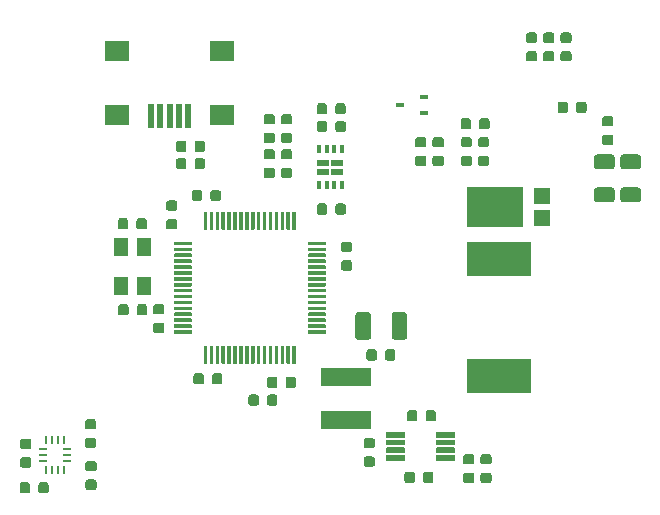
<source format=gtp>
G04 #@! TF.GenerationSoftware,KiCad,Pcbnew,5.99.0-unknown-a5c7d45~86~ubuntu18.04.1*
G04 #@! TF.CreationDate,2020-01-09T21:59:45+01:00*
G04 #@! TF.ProjectId,v1,76312e6b-6963-4616-945f-706362585858,rev?*
G04 #@! TF.SameCoordinates,Original*
G04 #@! TF.FileFunction,Paste,Top*
G04 #@! TF.FilePolarity,Positive*
%FSLAX46Y46*%
G04 Gerber Fmt 4.6, Leading zero omitted, Abs format (unit mm)*
G04 Created by KiCad (PCBNEW 5.99.0-unknown-a5c7d45~86~ubuntu18.04.1) date 2020-01-09 21:59:45*
%MOMM*%
%LPD*%
G04 APERTURE LIST*
%ADD10R,0.250000X0.675000*%
%ADD11R,0.675000X0.250000*%
%ADD12R,1.300000X1.600000*%
%ADD13R,1.000000X0.600000*%
%ADD14R,0.350000X0.650000*%
%ADD15R,1.400000X1.390000*%
%ADD16R,4.860000X3.360000*%
%ADD17R,0.700000X0.450000*%
%ADD18R,5.400000X2.900000*%
%ADD19R,4.200000X1.500000*%
%ADD20R,2.000000X1.700000*%
%ADD21R,0.500000X2.000000*%
G04 APERTURE END LIST*
G36*
X181554000Y-85720000D02*
G01*
X178474000Y-85720000D01*
X178474000Y-83600000D01*
X181554000Y-83600000D01*
X181554000Y-85720000D01*
G37*
G36*
X167229962Y-75871651D02*
G01*
X167300930Y-75919070D01*
X167348349Y-75990038D01*
X167365000Y-76073750D01*
X167365000Y-76586250D01*
X167348349Y-76669962D01*
X167300930Y-76740930D01*
X167229962Y-76788349D01*
X167146250Y-76805000D01*
X166708750Y-76805000D01*
X166625038Y-76788349D01*
X166554070Y-76740930D01*
X166506651Y-76669962D01*
X166490000Y-76586250D01*
X166490000Y-76073750D01*
X166506651Y-75990038D01*
X166554070Y-75919070D01*
X166625038Y-75871651D01*
X166708750Y-75855000D01*
X167146250Y-75855000D01*
X167229962Y-75871651D01*
G37*
G36*
X165654962Y-75871651D02*
G01*
X165725930Y-75919070D01*
X165773349Y-75990038D01*
X165790000Y-76073750D01*
X165790000Y-76586250D01*
X165773349Y-76669962D01*
X165725930Y-76740930D01*
X165654962Y-76788349D01*
X165571250Y-76805000D01*
X165133750Y-76805000D01*
X165050038Y-76788349D01*
X164979070Y-76740930D01*
X164931651Y-76669962D01*
X164915000Y-76586250D01*
X164915000Y-76073750D01*
X164931651Y-75990038D01*
X164979070Y-75919070D01*
X165050038Y-75871651D01*
X165133750Y-75855000D01*
X165571250Y-75855000D01*
X165654962Y-75871651D01*
G37*
D10*
X143500000Y-106932500D03*
X143000000Y-106932500D03*
X142500000Y-106932500D03*
X142000000Y-106932500D03*
X142000000Y-104407500D03*
X142500000Y-104407500D03*
X143000000Y-104407500D03*
X143500000Y-104407500D03*
D11*
X141737500Y-106170000D03*
X141737500Y-105670000D03*
X141737500Y-105170000D03*
X143762500Y-106170000D03*
X143762500Y-105170000D03*
X143762500Y-105670000D03*
G36*
X146139962Y-106141651D02*
G01*
X146210930Y-106189070D01*
X146258349Y-106260038D01*
X146275000Y-106343750D01*
X146275000Y-106781250D01*
X146258349Y-106864962D01*
X146210930Y-106935930D01*
X146139962Y-106983349D01*
X146056250Y-107000000D01*
X145543750Y-107000000D01*
X145460038Y-106983349D01*
X145389070Y-106935930D01*
X145341651Y-106864962D01*
X145325000Y-106781250D01*
X145325000Y-106343750D01*
X145341651Y-106260038D01*
X145389070Y-106189070D01*
X145460038Y-106141651D01*
X145543750Y-106125000D01*
X146056250Y-106125000D01*
X146139962Y-106141651D01*
G37*
G36*
X146139962Y-107716651D02*
G01*
X146210930Y-107764070D01*
X146258349Y-107835038D01*
X146275000Y-107918750D01*
X146275000Y-108356250D01*
X146258349Y-108439962D01*
X146210930Y-108510930D01*
X146139962Y-108558349D01*
X146056250Y-108575000D01*
X145543750Y-108575000D01*
X145460038Y-108558349D01*
X145389070Y-108510930D01*
X145341651Y-108439962D01*
X145325000Y-108356250D01*
X145325000Y-107918750D01*
X145341651Y-107835038D01*
X145389070Y-107764070D01*
X145460038Y-107716651D01*
X145543750Y-107700000D01*
X146056250Y-107700000D01*
X146139962Y-107716651D01*
G37*
G36*
X146109962Y-104186651D02*
G01*
X146180930Y-104234070D01*
X146228349Y-104305038D01*
X146245000Y-104388750D01*
X146245000Y-104826250D01*
X146228349Y-104909962D01*
X146180930Y-104980930D01*
X146109962Y-105028349D01*
X146026250Y-105045000D01*
X145513750Y-105045000D01*
X145430038Y-105028349D01*
X145359070Y-104980930D01*
X145311651Y-104909962D01*
X145295000Y-104826250D01*
X145295000Y-104388750D01*
X145311651Y-104305038D01*
X145359070Y-104234070D01*
X145430038Y-104186651D01*
X145513750Y-104170000D01*
X146026250Y-104170000D01*
X146109962Y-104186651D01*
G37*
G36*
X146109962Y-102611651D02*
G01*
X146180930Y-102659070D01*
X146228349Y-102730038D01*
X146245000Y-102813750D01*
X146245000Y-103251250D01*
X146228349Y-103334962D01*
X146180930Y-103405930D01*
X146109962Y-103453349D01*
X146026250Y-103470000D01*
X145513750Y-103470000D01*
X145430038Y-103453349D01*
X145359070Y-103405930D01*
X145311651Y-103334962D01*
X145295000Y-103251250D01*
X145295000Y-102813750D01*
X145311651Y-102730038D01*
X145359070Y-102659070D01*
X145430038Y-102611651D01*
X145513750Y-102595000D01*
X146026250Y-102595000D01*
X146109962Y-102611651D01*
G37*
G36*
X140504962Y-107961651D02*
G01*
X140575930Y-108009070D01*
X140623349Y-108080038D01*
X140640000Y-108163750D01*
X140640000Y-108676250D01*
X140623349Y-108759962D01*
X140575930Y-108830930D01*
X140504962Y-108878349D01*
X140421250Y-108895000D01*
X139983750Y-108895000D01*
X139900038Y-108878349D01*
X139829070Y-108830930D01*
X139781651Y-108759962D01*
X139765000Y-108676250D01*
X139765000Y-108163750D01*
X139781651Y-108080038D01*
X139829070Y-108009070D01*
X139900038Y-107961651D01*
X139983750Y-107945000D01*
X140421250Y-107945000D01*
X140504962Y-107961651D01*
G37*
G36*
X142079962Y-107961651D02*
G01*
X142150930Y-108009070D01*
X142198349Y-108080038D01*
X142215000Y-108163750D01*
X142215000Y-108676250D01*
X142198349Y-108759962D01*
X142150930Y-108830930D01*
X142079962Y-108878349D01*
X141996250Y-108895000D01*
X141558750Y-108895000D01*
X141475038Y-108878349D01*
X141404070Y-108830930D01*
X141356651Y-108759962D01*
X141340000Y-108676250D01*
X141340000Y-108163750D01*
X141356651Y-108080038D01*
X141404070Y-108009070D01*
X141475038Y-107961651D01*
X141558750Y-107945000D01*
X141996250Y-107945000D01*
X142079962Y-107961651D01*
G37*
G36*
X140619962Y-105836651D02*
G01*
X140690930Y-105884070D01*
X140738349Y-105955038D01*
X140755000Y-106038750D01*
X140755000Y-106476250D01*
X140738349Y-106559962D01*
X140690930Y-106630930D01*
X140619962Y-106678349D01*
X140536250Y-106695000D01*
X140023750Y-106695000D01*
X139940038Y-106678349D01*
X139869070Y-106630930D01*
X139821651Y-106559962D01*
X139805000Y-106476250D01*
X139805000Y-106038750D01*
X139821651Y-105955038D01*
X139869070Y-105884070D01*
X139940038Y-105836651D01*
X140023750Y-105820000D01*
X140536250Y-105820000D01*
X140619962Y-105836651D01*
G37*
G36*
X140619962Y-104261651D02*
G01*
X140690930Y-104309070D01*
X140738349Y-104380038D01*
X140755000Y-104463750D01*
X140755000Y-104901250D01*
X140738349Y-104984962D01*
X140690930Y-105055930D01*
X140619962Y-105103349D01*
X140536250Y-105120000D01*
X140023750Y-105120000D01*
X139940038Y-105103349D01*
X139869070Y-105055930D01*
X139821651Y-104984962D01*
X139805000Y-104901250D01*
X139805000Y-104463750D01*
X139821651Y-104380038D01*
X139869070Y-104309070D01*
X139940038Y-104261651D01*
X140023750Y-104245000D01*
X140536250Y-104245000D01*
X140619962Y-104261651D01*
G37*
G36*
X159874962Y-100521651D02*
G01*
X159945930Y-100569070D01*
X159993349Y-100640038D01*
X160010000Y-100723750D01*
X160010000Y-101236250D01*
X159993349Y-101319962D01*
X159945930Y-101390930D01*
X159874962Y-101438349D01*
X159791250Y-101455000D01*
X159353750Y-101455000D01*
X159270038Y-101438349D01*
X159199070Y-101390930D01*
X159151651Y-101319962D01*
X159135000Y-101236250D01*
X159135000Y-100723750D01*
X159151651Y-100640038D01*
X159199070Y-100569070D01*
X159270038Y-100521651D01*
X159353750Y-100505000D01*
X159791250Y-100505000D01*
X159874962Y-100521651D01*
G37*
G36*
X161449962Y-100521651D02*
G01*
X161520930Y-100569070D01*
X161568349Y-100640038D01*
X161585000Y-100723750D01*
X161585000Y-101236250D01*
X161568349Y-101319962D01*
X161520930Y-101390930D01*
X161449962Y-101438349D01*
X161366250Y-101455000D01*
X160928750Y-101455000D01*
X160845038Y-101438349D01*
X160774070Y-101390930D01*
X160726651Y-101319962D01*
X160710000Y-101236250D01*
X160710000Y-100723750D01*
X160726651Y-100640038D01*
X160774070Y-100569070D01*
X160845038Y-100521651D01*
X160928750Y-100505000D01*
X161366250Y-100505000D01*
X161449962Y-100521651D01*
G37*
G36*
X155603701Y-85025709D02*
G01*
X155628033Y-85041967D01*
X155644291Y-85066299D01*
X155650000Y-85095000D01*
X155650000Y-86495000D01*
X155644291Y-86523701D01*
X155628033Y-86548033D01*
X155603701Y-86564291D01*
X155575000Y-86570000D01*
X155425000Y-86570000D01*
X155396299Y-86564291D01*
X155371967Y-86548033D01*
X155355709Y-86523701D01*
X155350000Y-86495000D01*
X155350000Y-85095000D01*
X155355709Y-85066299D01*
X155371967Y-85041967D01*
X155396299Y-85025709D01*
X155425000Y-85020000D01*
X155575000Y-85020000D01*
X155603701Y-85025709D01*
G37*
G36*
X156103701Y-85025709D02*
G01*
X156128033Y-85041967D01*
X156144291Y-85066299D01*
X156150000Y-85095000D01*
X156150000Y-86495000D01*
X156144291Y-86523701D01*
X156128033Y-86548033D01*
X156103701Y-86564291D01*
X156075000Y-86570000D01*
X155925000Y-86570000D01*
X155896299Y-86564291D01*
X155871967Y-86548033D01*
X155855709Y-86523701D01*
X155850000Y-86495000D01*
X155850000Y-85095000D01*
X155855709Y-85066299D01*
X155871967Y-85041967D01*
X155896299Y-85025709D01*
X155925000Y-85020000D01*
X156075000Y-85020000D01*
X156103701Y-85025709D01*
G37*
G36*
X156603701Y-85025709D02*
G01*
X156628033Y-85041967D01*
X156644291Y-85066299D01*
X156650000Y-85095000D01*
X156650000Y-86495000D01*
X156644291Y-86523701D01*
X156628033Y-86548033D01*
X156603701Y-86564291D01*
X156575000Y-86570000D01*
X156425000Y-86570000D01*
X156396299Y-86564291D01*
X156371967Y-86548033D01*
X156355709Y-86523701D01*
X156350000Y-86495000D01*
X156350000Y-85095000D01*
X156355709Y-85066299D01*
X156371967Y-85041967D01*
X156396299Y-85025709D01*
X156425000Y-85020000D01*
X156575000Y-85020000D01*
X156603701Y-85025709D01*
G37*
G36*
X157103701Y-85025709D02*
G01*
X157128033Y-85041967D01*
X157144291Y-85066299D01*
X157150000Y-85095000D01*
X157150000Y-86495000D01*
X157144291Y-86523701D01*
X157128033Y-86548033D01*
X157103701Y-86564291D01*
X157075000Y-86570000D01*
X156925000Y-86570000D01*
X156896299Y-86564291D01*
X156871967Y-86548033D01*
X156855709Y-86523701D01*
X156850000Y-86495000D01*
X156850000Y-85095000D01*
X156855709Y-85066299D01*
X156871967Y-85041967D01*
X156896299Y-85025709D01*
X156925000Y-85020000D01*
X157075000Y-85020000D01*
X157103701Y-85025709D01*
G37*
G36*
X157603701Y-85025709D02*
G01*
X157628033Y-85041967D01*
X157644291Y-85066299D01*
X157650000Y-85095000D01*
X157650000Y-86495000D01*
X157644291Y-86523701D01*
X157628033Y-86548033D01*
X157603701Y-86564291D01*
X157575000Y-86570000D01*
X157425000Y-86570000D01*
X157396299Y-86564291D01*
X157371967Y-86548033D01*
X157355709Y-86523701D01*
X157350000Y-86495000D01*
X157350000Y-85095000D01*
X157355709Y-85066299D01*
X157371967Y-85041967D01*
X157396299Y-85025709D01*
X157425000Y-85020000D01*
X157575000Y-85020000D01*
X157603701Y-85025709D01*
G37*
G36*
X158103701Y-85025709D02*
G01*
X158128033Y-85041967D01*
X158144291Y-85066299D01*
X158150000Y-85095000D01*
X158150000Y-86495000D01*
X158144291Y-86523701D01*
X158128033Y-86548033D01*
X158103701Y-86564291D01*
X158075000Y-86570000D01*
X157925000Y-86570000D01*
X157896299Y-86564291D01*
X157871967Y-86548033D01*
X157855709Y-86523701D01*
X157850000Y-86495000D01*
X157850000Y-85095000D01*
X157855709Y-85066299D01*
X157871967Y-85041967D01*
X157896299Y-85025709D01*
X157925000Y-85020000D01*
X158075000Y-85020000D01*
X158103701Y-85025709D01*
G37*
G36*
X158603701Y-85025709D02*
G01*
X158628033Y-85041967D01*
X158644291Y-85066299D01*
X158650000Y-85095000D01*
X158650000Y-86495000D01*
X158644291Y-86523701D01*
X158628033Y-86548033D01*
X158603701Y-86564291D01*
X158575000Y-86570000D01*
X158425000Y-86570000D01*
X158396299Y-86564291D01*
X158371967Y-86548033D01*
X158355709Y-86523701D01*
X158350000Y-86495000D01*
X158350000Y-85095000D01*
X158355709Y-85066299D01*
X158371967Y-85041967D01*
X158396299Y-85025709D01*
X158425000Y-85020000D01*
X158575000Y-85020000D01*
X158603701Y-85025709D01*
G37*
G36*
X159103701Y-85025709D02*
G01*
X159128033Y-85041967D01*
X159144291Y-85066299D01*
X159150000Y-85095000D01*
X159150000Y-86495000D01*
X159144291Y-86523701D01*
X159128033Y-86548033D01*
X159103701Y-86564291D01*
X159075000Y-86570000D01*
X158925000Y-86570000D01*
X158896299Y-86564291D01*
X158871967Y-86548033D01*
X158855709Y-86523701D01*
X158850000Y-86495000D01*
X158850000Y-85095000D01*
X158855709Y-85066299D01*
X158871967Y-85041967D01*
X158896299Y-85025709D01*
X158925000Y-85020000D01*
X159075000Y-85020000D01*
X159103701Y-85025709D01*
G37*
G36*
X159603701Y-85025709D02*
G01*
X159628033Y-85041967D01*
X159644291Y-85066299D01*
X159650000Y-85095000D01*
X159650000Y-86495000D01*
X159644291Y-86523701D01*
X159628033Y-86548033D01*
X159603701Y-86564291D01*
X159575000Y-86570000D01*
X159425000Y-86570000D01*
X159396299Y-86564291D01*
X159371967Y-86548033D01*
X159355709Y-86523701D01*
X159350000Y-86495000D01*
X159350000Y-85095000D01*
X159355709Y-85066299D01*
X159371967Y-85041967D01*
X159396299Y-85025709D01*
X159425000Y-85020000D01*
X159575000Y-85020000D01*
X159603701Y-85025709D01*
G37*
G36*
X160103701Y-85025709D02*
G01*
X160128033Y-85041967D01*
X160144291Y-85066299D01*
X160150000Y-85095000D01*
X160150000Y-86495000D01*
X160144291Y-86523701D01*
X160128033Y-86548033D01*
X160103701Y-86564291D01*
X160075000Y-86570000D01*
X159925000Y-86570000D01*
X159896299Y-86564291D01*
X159871967Y-86548033D01*
X159855709Y-86523701D01*
X159850000Y-86495000D01*
X159850000Y-85095000D01*
X159855709Y-85066299D01*
X159871967Y-85041967D01*
X159896299Y-85025709D01*
X159925000Y-85020000D01*
X160075000Y-85020000D01*
X160103701Y-85025709D01*
G37*
G36*
X160603701Y-85025709D02*
G01*
X160628033Y-85041967D01*
X160644291Y-85066299D01*
X160650000Y-85095000D01*
X160650000Y-86495000D01*
X160644291Y-86523701D01*
X160628033Y-86548033D01*
X160603701Y-86564291D01*
X160575000Y-86570000D01*
X160425000Y-86570000D01*
X160396299Y-86564291D01*
X160371967Y-86548033D01*
X160355709Y-86523701D01*
X160350000Y-86495000D01*
X160350000Y-85095000D01*
X160355709Y-85066299D01*
X160371967Y-85041967D01*
X160396299Y-85025709D01*
X160425000Y-85020000D01*
X160575000Y-85020000D01*
X160603701Y-85025709D01*
G37*
G36*
X161103701Y-85025709D02*
G01*
X161128033Y-85041967D01*
X161144291Y-85066299D01*
X161150000Y-85095000D01*
X161150000Y-86495000D01*
X161144291Y-86523701D01*
X161128033Y-86548033D01*
X161103701Y-86564291D01*
X161075000Y-86570000D01*
X160925000Y-86570000D01*
X160896299Y-86564291D01*
X160871967Y-86548033D01*
X160855709Y-86523701D01*
X160850000Y-86495000D01*
X160850000Y-85095000D01*
X160855709Y-85066299D01*
X160871967Y-85041967D01*
X160896299Y-85025709D01*
X160925000Y-85020000D01*
X161075000Y-85020000D01*
X161103701Y-85025709D01*
G37*
G36*
X161603701Y-85025709D02*
G01*
X161628033Y-85041967D01*
X161644291Y-85066299D01*
X161650000Y-85095000D01*
X161650000Y-86495000D01*
X161644291Y-86523701D01*
X161628033Y-86548033D01*
X161603701Y-86564291D01*
X161575000Y-86570000D01*
X161425000Y-86570000D01*
X161396299Y-86564291D01*
X161371967Y-86548033D01*
X161355709Y-86523701D01*
X161350000Y-86495000D01*
X161350000Y-85095000D01*
X161355709Y-85066299D01*
X161371967Y-85041967D01*
X161396299Y-85025709D01*
X161425000Y-85020000D01*
X161575000Y-85020000D01*
X161603701Y-85025709D01*
G37*
G36*
X162103701Y-85025709D02*
G01*
X162128033Y-85041967D01*
X162144291Y-85066299D01*
X162150000Y-85095000D01*
X162150000Y-86495000D01*
X162144291Y-86523701D01*
X162128033Y-86548033D01*
X162103701Y-86564291D01*
X162075000Y-86570000D01*
X161925000Y-86570000D01*
X161896299Y-86564291D01*
X161871967Y-86548033D01*
X161855709Y-86523701D01*
X161850000Y-86495000D01*
X161850000Y-85095000D01*
X161855709Y-85066299D01*
X161871967Y-85041967D01*
X161896299Y-85025709D01*
X161925000Y-85020000D01*
X162075000Y-85020000D01*
X162103701Y-85025709D01*
G37*
G36*
X162603701Y-85025709D02*
G01*
X162628033Y-85041967D01*
X162644291Y-85066299D01*
X162650000Y-85095000D01*
X162650000Y-86495000D01*
X162644291Y-86523701D01*
X162628033Y-86548033D01*
X162603701Y-86564291D01*
X162575000Y-86570000D01*
X162425000Y-86570000D01*
X162396299Y-86564291D01*
X162371967Y-86548033D01*
X162355709Y-86523701D01*
X162350000Y-86495000D01*
X162350000Y-85095000D01*
X162355709Y-85066299D01*
X162371967Y-85041967D01*
X162396299Y-85025709D01*
X162425000Y-85020000D01*
X162575000Y-85020000D01*
X162603701Y-85025709D01*
G37*
G36*
X163103701Y-85025709D02*
G01*
X163128033Y-85041967D01*
X163144291Y-85066299D01*
X163150000Y-85095000D01*
X163150000Y-86495000D01*
X163144291Y-86523701D01*
X163128033Y-86548033D01*
X163103701Y-86564291D01*
X163075000Y-86570000D01*
X162925000Y-86570000D01*
X162896299Y-86564291D01*
X162871967Y-86548033D01*
X162855709Y-86523701D01*
X162850000Y-86495000D01*
X162850000Y-85095000D01*
X162855709Y-85066299D01*
X162871967Y-85041967D01*
X162896299Y-85025709D01*
X162925000Y-85020000D01*
X163075000Y-85020000D01*
X163103701Y-85025709D01*
G37*
G36*
X165653701Y-87575709D02*
G01*
X165678033Y-87591967D01*
X165694291Y-87616299D01*
X165700000Y-87645000D01*
X165700000Y-87795000D01*
X165694291Y-87823701D01*
X165678033Y-87848033D01*
X165653701Y-87864291D01*
X165625000Y-87870000D01*
X164225000Y-87870000D01*
X164196299Y-87864291D01*
X164171967Y-87848033D01*
X164155709Y-87823701D01*
X164150000Y-87795000D01*
X164150000Y-87645000D01*
X164155709Y-87616299D01*
X164171967Y-87591967D01*
X164196299Y-87575709D01*
X164225000Y-87570000D01*
X165625000Y-87570000D01*
X165653701Y-87575709D01*
G37*
G36*
X165653701Y-88075709D02*
G01*
X165678033Y-88091967D01*
X165694291Y-88116299D01*
X165700000Y-88145000D01*
X165700000Y-88295000D01*
X165694291Y-88323701D01*
X165678033Y-88348033D01*
X165653701Y-88364291D01*
X165625000Y-88370000D01*
X164225000Y-88370000D01*
X164196299Y-88364291D01*
X164171967Y-88348033D01*
X164155709Y-88323701D01*
X164150000Y-88295000D01*
X164150000Y-88145000D01*
X164155709Y-88116299D01*
X164171967Y-88091967D01*
X164196299Y-88075709D01*
X164225000Y-88070000D01*
X165625000Y-88070000D01*
X165653701Y-88075709D01*
G37*
G36*
X165653701Y-88575709D02*
G01*
X165678033Y-88591967D01*
X165694291Y-88616299D01*
X165700000Y-88645000D01*
X165700000Y-88795000D01*
X165694291Y-88823701D01*
X165678033Y-88848033D01*
X165653701Y-88864291D01*
X165625000Y-88870000D01*
X164225000Y-88870000D01*
X164196299Y-88864291D01*
X164171967Y-88848033D01*
X164155709Y-88823701D01*
X164150000Y-88795000D01*
X164150000Y-88645000D01*
X164155709Y-88616299D01*
X164171967Y-88591967D01*
X164196299Y-88575709D01*
X164225000Y-88570000D01*
X165625000Y-88570000D01*
X165653701Y-88575709D01*
G37*
G36*
X165653701Y-89075709D02*
G01*
X165678033Y-89091967D01*
X165694291Y-89116299D01*
X165700000Y-89145000D01*
X165700000Y-89295000D01*
X165694291Y-89323701D01*
X165678033Y-89348033D01*
X165653701Y-89364291D01*
X165625000Y-89370000D01*
X164225000Y-89370000D01*
X164196299Y-89364291D01*
X164171967Y-89348033D01*
X164155709Y-89323701D01*
X164150000Y-89295000D01*
X164150000Y-89145000D01*
X164155709Y-89116299D01*
X164171967Y-89091967D01*
X164196299Y-89075709D01*
X164225000Y-89070000D01*
X165625000Y-89070000D01*
X165653701Y-89075709D01*
G37*
G36*
X165653701Y-89575709D02*
G01*
X165678033Y-89591967D01*
X165694291Y-89616299D01*
X165700000Y-89645000D01*
X165700000Y-89795000D01*
X165694291Y-89823701D01*
X165678033Y-89848033D01*
X165653701Y-89864291D01*
X165625000Y-89870000D01*
X164225000Y-89870000D01*
X164196299Y-89864291D01*
X164171967Y-89848033D01*
X164155709Y-89823701D01*
X164150000Y-89795000D01*
X164150000Y-89645000D01*
X164155709Y-89616299D01*
X164171967Y-89591967D01*
X164196299Y-89575709D01*
X164225000Y-89570000D01*
X165625000Y-89570000D01*
X165653701Y-89575709D01*
G37*
G36*
X165653701Y-90075709D02*
G01*
X165678033Y-90091967D01*
X165694291Y-90116299D01*
X165700000Y-90145000D01*
X165700000Y-90295000D01*
X165694291Y-90323701D01*
X165678033Y-90348033D01*
X165653701Y-90364291D01*
X165625000Y-90370000D01*
X164225000Y-90370000D01*
X164196299Y-90364291D01*
X164171967Y-90348033D01*
X164155709Y-90323701D01*
X164150000Y-90295000D01*
X164150000Y-90145000D01*
X164155709Y-90116299D01*
X164171967Y-90091967D01*
X164196299Y-90075709D01*
X164225000Y-90070000D01*
X165625000Y-90070000D01*
X165653701Y-90075709D01*
G37*
G36*
X165653701Y-90575709D02*
G01*
X165678033Y-90591967D01*
X165694291Y-90616299D01*
X165700000Y-90645000D01*
X165700000Y-90795000D01*
X165694291Y-90823701D01*
X165678033Y-90848033D01*
X165653701Y-90864291D01*
X165625000Y-90870000D01*
X164225000Y-90870000D01*
X164196299Y-90864291D01*
X164171967Y-90848033D01*
X164155709Y-90823701D01*
X164150000Y-90795000D01*
X164150000Y-90645000D01*
X164155709Y-90616299D01*
X164171967Y-90591967D01*
X164196299Y-90575709D01*
X164225000Y-90570000D01*
X165625000Y-90570000D01*
X165653701Y-90575709D01*
G37*
G36*
X165653701Y-91075709D02*
G01*
X165678033Y-91091967D01*
X165694291Y-91116299D01*
X165700000Y-91145000D01*
X165700000Y-91295000D01*
X165694291Y-91323701D01*
X165678033Y-91348033D01*
X165653701Y-91364291D01*
X165625000Y-91370000D01*
X164225000Y-91370000D01*
X164196299Y-91364291D01*
X164171967Y-91348033D01*
X164155709Y-91323701D01*
X164150000Y-91295000D01*
X164150000Y-91145000D01*
X164155709Y-91116299D01*
X164171967Y-91091967D01*
X164196299Y-91075709D01*
X164225000Y-91070000D01*
X165625000Y-91070000D01*
X165653701Y-91075709D01*
G37*
G36*
X165653701Y-91575709D02*
G01*
X165678033Y-91591967D01*
X165694291Y-91616299D01*
X165700000Y-91645000D01*
X165700000Y-91795000D01*
X165694291Y-91823701D01*
X165678033Y-91848033D01*
X165653701Y-91864291D01*
X165625000Y-91870000D01*
X164225000Y-91870000D01*
X164196299Y-91864291D01*
X164171967Y-91848033D01*
X164155709Y-91823701D01*
X164150000Y-91795000D01*
X164150000Y-91645000D01*
X164155709Y-91616299D01*
X164171967Y-91591967D01*
X164196299Y-91575709D01*
X164225000Y-91570000D01*
X165625000Y-91570000D01*
X165653701Y-91575709D01*
G37*
G36*
X165653701Y-92075709D02*
G01*
X165678033Y-92091967D01*
X165694291Y-92116299D01*
X165700000Y-92145000D01*
X165700000Y-92295000D01*
X165694291Y-92323701D01*
X165678033Y-92348033D01*
X165653701Y-92364291D01*
X165625000Y-92370000D01*
X164225000Y-92370000D01*
X164196299Y-92364291D01*
X164171967Y-92348033D01*
X164155709Y-92323701D01*
X164150000Y-92295000D01*
X164150000Y-92145000D01*
X164155709Y-92116299D01*
X164171967Y-92091967D01*
X164196299Y-92075709D01*
X164225000Y-92070000D01*
X165625000Y-92070000D01*
X165653701Y-92075709D01*
G37*
G36*
X165653701Y-92575709D02*
G01*
X165678033Y-92591967D01*
X165694291Y-92616299D01*
X165700000Y-92645000D01*
X165700000Y-92795000D01*
X165694291Y-92823701D01*
X165678033Y-92848033D01*
X165653701Y-92864291D01*
X165625000Y-92870000D01*
X164225000Y-92870000D01*
X164196299Y-92864291D01*
X164171967Y-92848033D01*
X164155709Y-92823701D01*
X164150000Y-92795000D01*
X164150000Y-92645000D01*
X164155709Y-92616299D01*
X164171967Y-92591967D01*
X164196299Y-92575709D01*
X164225000Y-92570000D01*
X165625000Y-92570000D01*
X165653701Y-92575709D01*
G37*
G36*
X165653701Y-93075709D02*
G01*
X165678033Y-93091967D01*
X165694291Y-93116299D01*
X165700000Y-93145000D01*
X165700000Y-93295000D01*
X165694291Y-93323701D01*
X165678033Y-93348033D01*
X165653701Y-93364291D01*
X165625000Y-93370000D01*
X164225000Y-93370000D01*
X164196299Y-93364291D01*
X164171967Y-93348033D01*
X164155709Y-93323701D01*
X164150000Y-93295000D01*
X164150000Y-93145000D01*
X164155709Y-93116299D01*
X164171967Y-93091967D01*
X164196299Y-93075709D01*
X164225000Y-93070000D01*
X165625000Y-93070000D01*
X165653701Y-93075709D01*
G37*
G36*
X165653701Y-93575709D02*
G01*
X165678033Y-93591967D01*
X165694291Y-93616299D01*
X165700000Y-93645000D01*
X165700000Y-93795000D01*
X165694291Y-93823701D01*
X165678033Y-93848033D01*
X165653701Y-93864291D01*
X165625000Y-93870000D01*
X164225000Y-93870000D01*
X164196299Y-93864291D01*
X164171967Y-93848033D01*
X164155709Y-93823701D01*
X164150000Y-93795000D01*
X164150000Y-93645000D01*
X164155709Y-93616299D01*
X164171967Y-93591967D01*
X164196299Y-93575709D01*
X164225000Y-93570000D01*
X165625000Y-93570000D01*
X165653701Y-93575709D01*
G37*
G36*
X165653701Y-94075709D02*
G01*
X165678033Y-94091967D01*
X165694291Y-94116299D01*
X165700000Y-94145000D01*
X165700000Y-94295000D01*
X165694291Y-94323701D01*
X165678033Y-94348033D01*
X165653701Y-94364291D01*
X165625000Y-94370000D01*
X164225000Y-94370000D01*
X164196299Y-94364291D01*
X164171967Y-94348033D01*
X164155709Y-94323701D01*
X164150000Y-94295000D01*
X164150000Y-94145000D01*
X164155709Y-94116299D01*
X164171967Y-94091967D01*
X164196299Y-94075709D01*
X164225000Y-94070000D01*
X165625000Y-94070000D01*
X165653701Y-94075709D01*
G37*
G36*
X165653701Y-94575709D02*
G01*
X165678033Y-94591967D01*
X165694291Y-94616299D01*
X165700000Y-94645000D01*
X165700000Y-94795000D01*
X165694291Y-94823701D01*
X165678033Y-94848033D01*
X165653701Y-94864291D01*
X165625000Y-94870000D01*
X164225000Y-94870000D01*
X164196299Y-94864291D01*
X164171967Y-94848033D01*
X164155709Y-94823701D01*
X164150000Y-94795000D01*
X164150000Y-94645000D01*
X164155709Y-94616299D01*
X164171967Y-94591967D01*
X164196299Y-94575709D01*
X164225000Y-94570000D01*
X165625000Y-94570000D01*
X165653701Y-94575709D01*
G37*
G36*
X165653701Y-95075709D02*
G01*
X165678033Y-95091967D01*
X165694291Y-95116299D01*
X165700000Y-95145000D01*
X165700000Y-95295000D01*
X165694291Y-95323701D01*
X165678033Y-95348033D01*
X165653701Y-95364291D01*
X165625000Y-95370000D01*
X164225000Y-95370000D01*
X164196299Y-95364291D01*
X164171967Y-95348033D01*
X164155709Y-95323701D01*
X164150000Y-95295000D01*
X164150000Y-95145000D01*
X164155709Y-95116299D01*
X164171967Y-95091967D01*
X164196299Y-95075709D01*
X164225000Y-95070000D01*
X165625000Y-95070000D01*
X165653701Y-95075709D01*
G37*
G36*
X163103701Y-96375709D02*
G01*
X163128033Y-96391967D01*
X163144291Y-96416299D01*
X163150000Y-96445000D01*
X163150000Y-97845000D01*
X163144291Y-97873701D01*
X163128033Y-97898033D01*
X163103701Y-97914291D01*
X163075000Y-97920000D01*
X162925000Y-97920000D01*
X162896299Y-97914291D01*
X162871967Y-97898033D01*
X162855709Y-97873701D01*
X162850000Y-97845000D01*
X162850000Y-96445000D01*
X162855709Y-96416299D01*
X162871967Y-96391967D01*
X162896299Y-96375709D01*
X162925000Y-96370000D01*
X163075000Y-96370000D01*
X163103701Y-96375709D01*
G37*
G36*
X162603701Y-96375709D02*
G01*
X162628033Y-96391967D01*
X162644291Y-96416299D01*
X162650000Y-96445000D01*
X162650000Y-97845000D01*
X162644291Y-97873701D01*
X162628033Y-97898033D01*
X162603701Y-97914291D01*
X162575000Y-97920000D01*
X162425000Y-97920000D01*
X162396299Y-97914291D01*
X162371967Y-97898033D01*
X162355709Y-97873701D01*
X162350000Y-97845000D01*
X162350000Y-96445000D01*
X162355709Y-96416299D01*
X162371967Y-96391967D01*
X162396299Y-96375709D01*
X162425000Y-96370000D01*
X162575000Y-96370000D01*
X162603701Y-96375709D01*
G37*
G36*
X162103701Y-96375709D02*
G01*
X162128033Y-96391967D01*
X162144291Y-96416299D01*
X162150000Y-96445000D01*
X162150000Y-97845000D01*
X162144291Y-97873701D01*
X162128033Y-97898033D01*
X162103701Y-97914291D01*
X162075000Y-97920000D01*
X161925000Y-97920000D01*
X161896299Y-97914291D01*
X161871967Y-97898033D01*
X161855709Y-97873701D01*
X161850000Y-97845000D01*
X161850000Y-96445000D01*
X161855709Y-96416299D01*
X161871967Y-96391967D01*
X161896299Y-96375709D01*
X161925000Y-96370000D01*
X162075000Y-96370000D01*
X162103701Y-96375709D01*
G37*
G36*
X161603701Y-96375709D02*
G01*
X161628033Y-96391967D01*
X161644291Y-96416299D01*
X161650000Y-96445000D01*
X161650000Y-97845000D01*
X161644291Y-97873701D01*
X161628033Y-97898033D01*
X161603701Y-97914291D01*
X161575000Y-97920000D01*
X161425000Y-97920000D01*
X161396299Y-97914291D01*
X161371967Y-97898033D01*
X161355709Y-97873701D01*
X161350000Y-97845000D01*
X161350000Y-96445000D01*
X161355709Y-96416299D01*
X161371967Y-96391967D01*
X161396299Y-96375709D01*
X161425000Y-96370000D01*
X161575000Y-96370000D01*
X161603701Y-96375709D01*
G37*
G36*
X161103701Y-96375709D02*
G01*
X161128033Y-96391967D01*
X161144291Y-96416299D01*
X161150000Y-96445000D01*
X161150000Y-97845000D01*
X161144291Y-97873701D01*
X161128033Y-97898033D01*
X161103701Y-97914291D01*
X161075000Y-97920000D01*
X160925000Y-97920000D01*
X160896299Y-97914291D01*
X160871967Y-97898033D01*
X160855709Y-97873701D01*
X160850000Y-97845000D01*
X160850000Y-96445000D01*
X160855709Y-96416299D01*
X160871967Y-96391967D01*
X160896299Y-96375709D01*
X160925000Y-96370000D01*
X161075000Y-96370000D01*
X161103701Y-96375709D01*
G37*
G36*
X160603701Y-96375709D02*
G01*
X160628033Y-96391967D01*
X160644291Y-96416299D01*
X160650000Y-96445000D01*
X160650000Y-97845000D01*
X160644291Y-97873701D01*
X160628033Y-97898033D01*
X160603701Y-97914291D01*
X160575000Y-97920000D01*
X160425000Y-97920000D01*
X160396299Y-97914291D01*
X160371967Y-97898033D01*
X160355709Y-97873701D01*
X160350000Y-97845000D01*
X160350000Y-96445000D01*
X160355709Y-96416299D01*
X160371967Y-96391967D01*
X160396299Y-96375709D01*
X160425000Y-96370000D01*
X160575000Y-96370000D01*
X160603701Y-96375709D01*
G37*
G36*
X160103701Y-96375709D02*
G01*
X160128033Y-96391967D01*
X160144291Y-96416299D01*
X160150000Y-96445000D01*
X160150000Y-97845000D01*
X160144291Y-97873701D01*
X160128033Y-97898033D01*
X160103701Y-97914291D01*
X160075000Y-97920000D01*
X159925000Y-97920000D01*
X159896299Y-97914291D01*
X159871967Y-97898033D01*
X159855709Y-97873701D01*
X159850000Y-97845000D01*
X159850000Y-96445000D01*
X159855709Y-96416299D01*
X159871967Y-96391967D01*
X159896299Y-96375709D01*
X159925000Y-96370000D01*
X160075000Y-96370000D01*
X160103701Y-96375709D01*
G37*
G36*
X159603701Y-96375709D02*
G01*
X159628033Y-96391967D01*
X159644291Y-96416299D01*
X159650000Y-96445000D01*
X159650000Y-97845000D01*
X159644291Y-97873701D01*
X159628033Y-97898033D01*
X159603701Y-97914291D01*
X159575000Y-97920000D01*
X159425000Y-97920000D01*
X159396299Y-97914291D01*
X159371967Y-97898033D01*
X159355709Y-97873701D01*
X159350000Y-97845000D01*
X159350000Y-96445000D01*
X159355709Y-96416299D01*
X159371967Y-96391967D01*
X159396299Y-96375709D01*
X159425000Y-96370000D01*
X159575000Y-96370000D01*
X159603701Y-96375709D01*
G37*
G36*
X159103701Y-96375709D02*
G01*
X159128033Y-96391967D01*
X159144291Y-96416299D01*
X159150000Y-96445000D01*
X159150000Y-97845000D01*
X159144291Y-97873701D01*
X159128033Y-97898033D01*
X159103701Y-97914291D01*
X159075000Y-97920000D01*
X158925000Y-97920000D01*
X158896299Y-97914291D01*
X158871967Y-97898033D01*
X158855709Y-97873701D01*
X158850000Y-97845000D01*
X158850000Y-96445000D01*
X158855709Y-96416299D01*
X158871967Y-96391967D01*
X158896299Y-96375709D01*
X158925000Y-96370000D01*
X159075000Y-96370000D01*
X159103701Y-96375709D01*
G37*
G36*
X158603701Y-96375709D02*
G01*
X158628033Y-96391967D01*
X158644291Y-96416299D01*
X158650000Y-96445000D01*
X158650000Y-97845000D01*
X158644291Y-97873701D01*
X158628033Y-97898033D01*
X158603701Y-97914291D01*
X158575000Y-97920000D01*
X158425000Y-97920000D01*
X158396299Y-97914291D01*
X158371967Y-97898033D01*
X158355709Y-97873701D01*
X158350000Y-97845000D01*
X158350000Y-96445000D01*
X158355709Y-96416299D01*
X158371967Y-96391967D01*
X158396299Y-96375709D01*
X158425000Y-96370000D01*
X158575000Y-96370000D01*
X158603701Y-96375709D01*
G37*
G36*
X158103701Y-96375709D02*
G01*
X158128033Y-96391967D01*
X158144291Y-96416299D01*
X158150000Y-96445000D01*
X158150000Y-97845000D01*
X158144291Y-97873701D01*
X158128033Y-97898033D01*
X158103701Y-97914291D01*
X158075000Y-97920000D01*
X157925000Y-97920000D01*
X157896299Y-97914291D01*
X157871967Y-97898033D01*
X157855709Y-97873701D01*
X157850000Y-97845000D01*
X157850000Y-96445000D01*
X157855709Y-96416299D01*
X157871967Y-96391967D01*
X157896299Y-96375709D01*
X157925000Y-96370000D01*
X158075000Y-96370000D01*
X158103701Y-96375709D01*
G37*
G36*
X157603701Y-96375709D02*
G01*
X157628033Y-96391967D01*
X157644291Y-96416299D01*
X157650000Y-96445000D01*
X157650000Y-97845000D01*
X157644291Y-97873701D01*
X157628033Y-97898033D01*
X157603701Y-97914291D01*
X157575000Y-97920000D01*
X157425000Y-97920000D01*
X157396299Y-97914291D01*
X157371967Y-97898033D01*
X157355709Y-97873701D01*
X157350000Y-97845000D01*
X157350000Y-96445000D01*
X157355709Y-96416299D01*
X157371967Y-96391967D01*
X157396299Y-96375709D01*
X157425000Y-96370000D01*
X157575000Y-96370000D01*
X157603701Y-96375709D01*
G37*
G36*
X157103701Y-96375709D02*
G01*
X157128033Y-96391967D01*
X157144291Y-96416299D01*
X157150000Y-96445000D01*
X157150000Y-97845000D01*
X157144291Y-97873701D01*
X157128033Y-97898033D01*
X157103701Y-97914291D01*
X157075000Y-97920000D01*
X156925000Y-97920000D01*
X156896299Y-97914291D01*
X156871967Y-97898033D01*
X156855709Y-97873701D01*
X156850000Y-97845000D01*
X156850000Y-96445000D01*
X156855709Y-96416299D01*
X156871967Y-96391967D01*
X156896299Y-96375709D01*
X156925000Y-96370000D01*
X157075000Y-96370000D01*
X157103701Y-96375709D01*
G37*
G36*
X156603701Y-96375709D02*
G01*
X156628033Y-96391967D01*
X156644291Y-96416299D01*
X156650000Y-96445000D01*
X156650000Y-97845000D01*
X156644291Y-97873701D01*
X156628033Y-97898033D01*
X156603701Y-97914291D01*
X156575000Y-97920000D01*
X156425000Y-97920000D01*
X156396299Y-97914291D01*
X156371967Y-97898033D01*
X156355709Y-97873701D01*
X156350000Y-97845000D01*
X156350000Y-96445000D01*
X156355709Y-96416299D01*
X156371967Y-96391967D01*
X156396299Y-96375709D01*
X156425000Y-96370000D01*
X156575000Y-96370000D01*
X156603701Y-96375709D01*
G37*
G36*
X156103701Y-96375709D02*
G01*
X156128033Y-96391967D01*
X156144291Y-96416299D01*
X156150000Y-96445000D01*
X156150000Y-97845000D01*
X156144291Y-97873701D01*
X156128033Y-97898033D01*
X156103701Y-97914291D01*
X156075000Y-97920000D01*
X155925000Y-97920000D01*
X155896299Y-97914291D01*
X155871967Y-97898033D01*
X155855709Y-97873701D01*
X155850000Y-97845000D01*
X155850000Y-96445000D01*
X155855709Y-96416299D01*
X155871967Y-96391967D01*
X155896299Y-96375709D01*
X155925000Y-96370000D01*
X156075000Y-96370000D01*
X156103701Y-96375709D01*
G37*
G36*
X155603701Y-96375709D02*
G01*
X155628033Y-96391967D01*
X155644291Y-96416299D01*
X155650000Y-96445000D01*
X155650000Y-97845000D01*
X155644291Y-97873701D01*
X155628033Y-97898033D01*
X155603701Y-97914291D01*
X155575000Y-97920000D01*
X155425000Y-97920000D01*
X155396299Y-97914291D01*
X155371967Y-97898033D01*
X155355709Y-97873701D01*
X155350000Y-97845000D01*
X155350000Y-96445000D01*
X155355709Y-96416299D01*
X155371967Y-96391967D01*
X155396299Y-96375709D01*
X155425000Y-96370000D01*
X155575000Y-96370000D01*
X155603701Y-96375709D01*
G37*
G36*
X154303701Y-95075709D02*
G01*
X154328033Y-95091967D01*
X154344291Y-95116299D01*
X154350000Y-95145000D01*
X154350000Y-95295000D01*
X154344291Y-95323701D01*
X154328033Y-95348033D01*
X154303701Y-95364291D01*
X154275000Y-95370000D01*
X152875000Y-95370000D01*
X152846299Y-95364291D01*
X152821967Y-95348033D01*
X152805709Y-95323701D01*
X152800000Y-95295000D01*
X152800000Y-95145000D01*
X152805709Y-95116299D01*
X152821967Y-95091967D01*
X152846299Y-95075709D01*
X152875000Y-95070000D01*
X154275000Y-95070000D01*
X154303701Y-95075709D01*
G37*
G36*
X154303701Y-94575709D02*
G01*
X154328033Y-94591967D01*
X154344291Y-94616299D01*
X154350000Y-94645000D01*
X154350000Y-94795000D01*
X154344291Y-94823701D01*
X154328033Y-94848033D01*
X154303701Y-94864291D01*
X154275000Y-94870000D01*
X152875000Y-94870000D01*
X152846299Y-94864291D01*
X152821967Y-94848033D01*
X152805709Y-94823701D01*
X152800000Y-94795000D01*
X152800000Y-94645000D01*
X152805709Y-94616299D01*
X152821967Y-94591967D01*
X152846299Y-94575709D01*
X152875000Y-94570000D01*
X154275000Y-94570000D01*
X154303701Y-94575709D01*
G37*
G36*
X154303701Y-94075709D02*
G01*
X154328033Y-94091967D01*
X154344291Y-94116299D01*
X154350000Y-94145000D01*
X154350000Y-94295000D01*
X154344291Y-94323701D01*
X154328033Y-94348033D01*
X154303701Y-94364291D01*
X154275000Y-94370000D01*
X152875000Y-94370000D01*
X152846299Y-94364291D01*
X152821967Y-94348033D01*
X152805709Y-94323701D01*
X152800000Y-94295000D01*
X152800000Y-94145000D01*
X152805709Y-94116299D01*
X152821967Y-94091967D01*
X152846299Y-94075709D01*
X152875000Y-94070000D01*
X154275000Y-94070000D01*
X154303701Y-94075709D01*
G37*
G36*
X154303701Y-93575709D02*
G01*
X154328033Y-93591967D01*
X154344291Y-93616299D01*
X154350000Y-93645000D01*
X154350000Y-93795000D01*
X154344291Y-93823701D01*
X154328033Y-93848033D01*
X154303701Y-93864291D01*
X154275000Y-93870000D01*
X152875000Y-93870000D01*
X152846299Y-93864291D01*
X152821967Y-93848033D01*
X152805709Y-93823701D01*
X152800000Y-93795000D01*
X152800000Y-93645000D01*
X152805709Y-93616299D01*
X152821967Y-93591967D01*
X152846299Y-93575709D01*
X152875000Y-93570000D01*
X154275000Y-93570000D01*
X154303701Y-93575709D01*
G37*
G36*
X154303701Y-93075709D02*
G01*
X154328033Y-93091967D01*
X154344291Y-93116299D01*
X154350000Y-93145000D01*
X154350000Y-93295000D01*
X154344291Y-93323701D01*
X154328033Y-93348033D01*
X154303701Y-93364291D01*
X154275000Y-93370000D01*
X152875000Y-93370000D01*
X152846299Y-93364291D01*
X152821967Y-93348033D01*
X152805709Y-93323701D01*
X152800000Y-93295000D01*
X152800000Y-93145000D01*
X152805709Y-93116299D01*
X152821967Y-93091967D01*
X152846299Y-93075709D01*
X152875000Y-93070000D01*
X154275000Y-93070000D01*
X154303701Y-93075709D01*
G37*
G36*
X154303701Y-92575709D02*
G01*
X154328033Y-92591967D01*
X154344291Y-92616299D01*
X154350000Y-92645000D01*
X154350000Y-92795000D01*
X154344291Y-92823701D01*
X154328033Y-92848033D01*
X154303701Y-92864291D01*
X154275000Y-92870000D01*
X152875000Y-92870000D01*
X152846299Y-92864291D01*
X152821967Y-92848033D01*
X152805709Y-92823701D01*
X152800000Y-92795000D01*
X152800000Y-92645000D01*
X152805709Y-92616299D01*
X152821967Y-92591967D01*
X152846299Y-92575709D01*
X152875000Y-92570000D01*
X154275000Y-92570000D01*
X154303701Y-92575709D01*
G37*
G36*
X154303701Y-92075709D02*
G01*
X154328033Y-92091967D01*
X154344291Y-92116299D01*
X154350000Y-92145000D01*
X154350000Y-92295000D01*
X154344291Y-92323701D01*
X154328033Y-92348033D01*
X154303701Y-92364291D01*
X154275000Y-92370000D01*
X152875000Y-92370000D01*
X152846299Y-92364291D01*
X152821967Y-92348033D01*
X152805709Y-92323701D01*
X152800000Y-92295000D01*
X152800000Y-92145000D01*
X152805709Y-92116299D01*
X152821967Y-92091967D01*
X152846299Y-92075709D01*
X152875000Y-92070000D01*
X154275000Y-92070000D01*
X154303701Y-92075709D01*
G37*
G36*
X154303701Y-91575709D02*
G01*
X154328033Y-91591967D01*
X154344291Y-91616299D01*
X154350000Y-91645000D01*
X154350000Y-91795000D01*
X154344291Y-91823701D01*
X154328033Y-91848033D01*
X154303701Y-91864291D01*
X154275000Y-91870000D01*
X152875000Y-91870000D01*
X152846299Y-91864291D01*
X152821967Y-91848033D01*
X152805709Y-91823701D01*
X152800000Y-91795000D01*
X152800000Y-91645000D01*
X152805709Y-91616299D01*
X152821967Y-91591967D01*
X152846299Y-91575709D01*
X152875000Y-91570000D01*
X154275000Y-91570000D01*
X154303701Y-91575709D01*
G37*
G36*
X154303701Y-91075709D02*
G01*
X154328033Y-91091967D01*
X154344291Y-91116299D01*
X154350000Y-91145000D01*
X154350000Y-91295000D01*
X154344291Y-91323701D01*
X154328033Y-91348033D01*
X154303701Y-91364291D01*
X154275000Y-91370000D01*
X152875000Y-91370000D01*
X152846299Y-91364291D01*
X152821967Y-91348033D01*
X152805709Y-91323701D01*
X152800000Y-91295000D01*
X152800000Y-91145000D01*
X152805709Y-91116299D01*
X152821967Y-91091967D01*
X152846299Y-91075709D01*
X152875000Y-91070000D01*
X154275000Y-91070000D01*
X154303701Y-91075709D01*
G37*
G36*
X154303701Y-90575709D02*
G01*
X154328033Y-90591967D01*
X154344291Y-90616299D01*
X154350000Y-90645000D01*
X154350000Y-90795000D01*
X154344291Y-90823701D01*
X154328033Y-90848033D01*
X154303701Y-90864291D01*
X154275000Y-90870000D01*
X152875000Y-90870000D01*
X152846299Y-90864291D01*
X152821967Y-90848033D01*
X152805709Y-90823701D01*
X152800000Y-90795000D01*
X152800000Y-90645000D01*
X152805709Y-90616299D01*
X152821967Y-90591967D01*
X152846299Y-90575709D01*
X152875000Y-90570000D01*
X154275000Y-90570000D01*
X154303701Y-90575709D01*
G37*
G36*
X154303701Y-90075709D02*
G01*
X154328033Y-90091967D01*
X154344291Y-90116299D01*
X154350000Y-90145000D01*
X154350000Y-90295000D01*
X154344291Y-90323701D01*
X154328033Y-90348033D01*
X154303701Y-90364291D01*
X154275000Y-90370000D01*
X152875000Y-90370000D01*
X152846299Y-90364291D01*
X152821967Y-90348033D01*
X152805709Y-90323701D01*
X152800000Y-90295000D01*
X152800000Y-90145000D01*
X152805709Y-90116299D01*
X152821967Y-90091967D01*
X152846299Y-90075709D01*
X152875000Y-90070000D01*
X154275000Y-90070000D01*
X154303701Y-90075709D01*
G37*
G36*
X154303701Y-89575709D02*
G01*
X154328033Y-89591967D01*
X154344291Y-89616299D01*
X154350000Y-89645000D01*
X154350000Y-89795000D01*
X154344291Y-89823701D01*
X154328033Y-89848033D01*
X154303701Y-89864291D01*
X154275000Y-89870000D01*
X152875000Y-89870000D01*
X152846299Y-89864291D01*
X152821967Y-89848033D01*
X152805709Y-89823701D01*
X152800000Y-89795000D01*
X152800000Y-89645000D01*
X152805709Y-89616299D01*
X152821967Y-89591967D01*
X152846299Y-89575709D01*
X152875000Y-89570000D01*
X154275000Y-89570000D01*
X154303701Y-89575709D01*
G37*
G36*
X154303701Y-89075709D02*
G01*
X154328033Y-89091967D01*
X154344291Y-89116299D01*
X154350000Y-89145000D01*
X154350000Y-89295000D01*
X154344291Y-89323701D01*
X154328033Y-89348033D01*
X154303701Y-89364291D01*
X154275000Y-89370000D01*
X152875000Y-89370000D01*
X152846299Y-89364291D01*
X152821967Y-89348033D01*
X152805709Y-89323701D01*
X152800000Y-89295000D01*
X152800000Y-89145000D01*
X152805709Y-89116299D01*
X152821967Y-89091967D01*
X152846299Y-89075709D01*
X152875000Y-89070000D01*
X154275000Y-89070000D01*
X154303701Y-89075709D01*
G37*
G36*
X154303701Y-88575709D02*
G01*
X154328033Y-88591967D01*
X154344291Y-88616299D01*
X154350000Y-88645000D01*
X154350000Y-88795000D01*
X154344291Y-88823701D01*
X154328033Y-88848033D01*
X154303701Y-88864291D01*
X154275000Y-88870000D01*
X152875000Y-88870000D01*
X152846299Y-88864291D01*
X152821967Y-88848033D01*
X152805709Y-88823701D01*
X152800000Y-88795000D01*
X152800000Y-88645000D01*
X152805709Y-88616299D01*
X152821967Y-88591967D01*
X152846299Y-88575709D01*
X152875000Y-88570000D01*
X154275000Y-88570000D01*
X154303701Y-88575709D01*
G37*
G36*
X154303701Y-88075709D02*
G01*
X154328033Y-88091967D01*
X154344291Y-88116299D01*
X154350000Y-88145000D01*
X154350000Y-88295000D01*
X154344291Y-88323701D01*
X154328033Y-88348033D01*
X154303701Y-88364291D01*
X154275000Y-88370000D01*
X152875000Y-88370000D01*
X152846299Y-88364291D01*
X152821967Y-88348033D01*
X152805709Y-88323701D01*
X152800000Y-88295000D01*
X152800000Y-88145000D01*
X152805709Y-88116299D01*
X152821967Y-88091967D01*
X152846299Y-88075709D01*
X152875000Y-88070000D01*
X154275000Y-88070000D01*
X154303701Y-88075709D01*
G37*
G36*
X154303701Y-87575709D02*
G01*
X154328033Y-87591967D01*
X154344291Y-87616299D01*
X154350000Y-87645000D01*
X154350000Y-87795000D01*
X154344291Y-87823701D01*
X154328033Y-87848033D01*
X154303701Y-87864291D01*
X154275000Y-87870000D01*
X152875000Y-87870000D01*
X152846299Y-87864291D01*
X152821967Y-87848033D01*
X152805709Y-87823701D01*
X152800000Y-87795000D01*
X152800000Y-87645000D01*
X152805709Y-87616299D01*
X152821967Y-87591967D01*
X152846299Y-87575709D01*
X152875000Y-87570000D01*
X154275000Y-87570000D01*
X154303701Y-87575709D01*
G37*
D12*
X150300000Y-88050000D03*
X150300000Y-91350000D03*
X148300000Y-91350000D03*
X148300000Y-88050000D03*
D13*
X165470000Y-81647500D03*
X165470000Y-80872500D03*
X166670000Y-80872500D03*
X166670000Y-81647500D03*
D14*
X165095000Y-79710000D03*
X165745000Y-79710000D03*
X166395000Y-79710000D03*
X167045000Y-79710000D03*
X167045000Y-82810000D03*
X166395000Y-82810000D03*
X165745000Y-82810000D03*
X165095000Y-82810000D03*
D15*
X183996000Y-85580000D03*
X183996000Y-83740000D03*
D16*
X180014000Y-84660000D03*
G36*
X172322835Y-105634515D02*
G01*
X172363388Y-105661612D01*
X172390485Y-105702165D01*
X172400000Y-105750000D01*
X172400000Y-106000000D01*
X172390485Y-106047835D01*
X172363388Y-106088388D01*
X172322835Y-106115485D01*
X172275000Y-106125000D01*
X170900000Y-106125000D01*
X170852165Y-106115485D01*
X170811612Y-106088388D01*
X170784515Y-106047835D01*
X170775000Y-106000000D01*
X170775000Y-105750000D01*
X170784515Y-105702165D01*
X170811612Y-105661612D01*
X170852165Y-105634515D01*
X170900000Y-105625000D01*
X172275000Y-105625000D01*
X172322835Y-105634515D01*
G37*
G36*
X172322835Y-104984515D02*
G01*
X172363388Y-105011612D01*
X172390485Y-105052165D01*
X172400000Y-105100000D01*
X172400000Y-105350000D01*
X172390485Y-105397835D01*
X172363388Y-105438388D01*
X172322835Y-105465485D01*
X172275000Y-105475000D01*
X170900000Y-105475000D01*
X170852165Y-105465485D01*
X170811612Y-105438388D01*
X170784515Y-105397835D01*
X170775000Y-105350000D01*
X170775000Y-105100000D01*
X170784515Y-105052165D01*
X170811612Y-105011612D01*
X170852165Y-104984515D01*
X170900000Y-104975000D01*
X172275000Y-104975000D01*
X172322835Y-104984515D01*
G37*
G36*
X172322835Y-104334515D02*
G01*
X172363388Y-104361612D01*
X172390485Y-104402165D01*
X172400000Y-104450000D01*
X172400000Y-104700000D01*
X172390485Y-104747835D01*
X172363388Y-104788388D01*
X172322835Y-104815485D01*
X172275000Y-104825000D01*
X170900000Y-104825000D01*
X170852165Y-104815485D01*
X170811612Y-104788388D01*
X170784515Y-104747835D01*
X170775000Y-104700000D01*
X170775000Y-104450000D01*
X170784515Y-104402165D01*
X170811612Y-104361612D01*
X170852165Y-104334515D01*
X170900000Y-104325000D01*
X172275000Y-104325000D01*
X172322835Y-104334515D01*
G37*
G36*
X172322835Y-103684515D02*
G01*
X172363388Y-103711612D01*
X172390485Y-103752165D01*
X172400000Y-103800000D01*
X172400000Y-104050000D01*
X172390485Y-104097835D01*
X172363388Y-104138388D01*
X172322835Y-104165485D01*
X172275000Y-104175000D01*
X170900000Y-104175000D01*
X170852165Y-104165485D01*
X170811612Y-104138388D01*
X170784515Y-104097835D01*
X170775000Y-104050000D01*
X170775000Y-103800000D01*
X170784515Y-103752165D01*
X170811612Y-103711612D01*
X170852165Y-103684515D01*
X170900000Y-103675000D01*
X172275000Y-103675000D01*
X172322835Y-103684515D01*
G37*
G36*
X176547835Y-103684515D02*
G01*
X176588388Y-103711612D01*
X176615485Y-103752165D01*
X176625000Y-103800000D01*
X176625000Y-104050000D01*
X176615485Y-104097835D01*
X176588388Y-104138388D01*
X176547835Y-104165485D01*
X176500000Y-104175000D01*
X175125000Y-104175000D01*
X175077165Y-104165485D01*
X175036612Y-104138388D01*
X175009515Y-104097835D01*
X175000000Y-104050000D01*
X175000000Y-103800000D01*
X175009515Y-103752165D01*
X175036612Y-103711612D01*
X175077165Y-103684515D01*
X175125000Y-103675000D01*
X176500000Y-103675000D01*
X176547835Y-103684515D01*
G37*
G36*
X176547835Y-104334515D02*
G01*
X176588388Y-104361612D01*
X176615485Y-104402165D01*
X176625000Y-104450000D01*
X176625000Y-104700000D01*
X176615485Y-104747835D01*
X176588388Y-104788388D01*
X176547835Y-104815485D01*
X176500000Y-104825000D01*
X175125000Y-104825000D01*
X175077165Y-104815485D01*
X175036612Y-104788388D01*
X175009515Y-104747835D01*
X175000000Y-104700000D01*
X175000000Y-104450000D01*
X175009515Y-104402165D01*
X175036612Y-104361612D01*
X175077165Y-104334515D01*
X175125000Y-104325000D01*
X176500000Y-104325000D01*
X176547835Y-104334515D01*
G37*
G36*
X176547835Y-104984515D02*
G01*
X176588388Y-105011612D01*
X176615485Y-105052165D01*
X176625000Y-105100000D01*
X176625000Y-105350000D01*
X176615485Y-105397835D01*
X176588388Y-105438388D01*
X176547835Y-105465485D01*
X176500000Y-105475000D01*
X175125000Y-105475000D01*
X175077165Y-105465485D01*
X175036612Y-105438388D01*
X175009515Y-105397835D01*
X175000000Y-105350000D01*
X175000000Y-105100000D01*
X175009515Y-105052165D01*
X175036612Y-105011612D01*
X175077165Y-104984515D01*
X175125000Y-104975000D01*
X176500000Y-104975000D01*
X176547835Y-104984515D01*
G37*
G36*
X176547835Y-105634515D02*
G01*
X176588388Y-105661612D01*
X176615485Y-105702165D01*
X176625000Y-105750000D01*
X176625000Y-106000000D01*
X176615485Y-106047835D01*
X176588388Y-106088388D01*
X176547835Y-106115485D01*
X176500000Y-106125000D01*
X175125000Y-106125000D01*
X175077165Y-106115485D01*
X175036612Y-106088388D01*
X175009515Y-106047835D01*
X175000000Y-106000000D01*
X175000000Y-105750000D01*
X175009515Y-105702165D01*
X175036612Y-105661612D01*
X175077165Y-105634515D01*
X175125000Y-105625000D01*
X176500000Y-105625000D01*
X176547835Y-105634515D01*
G37*
G36*
X161229962Y-81326651D02*
G01*
X161300930Y-81374070D01*
X161348349Y-81445038D01*
X161365000Y-81528750D01*
X161365000Y-81966250D01*
X161348349Y-82049962D01*
X161300930Y-82120930D01*
X161229962Y-82168349D01*
X161146250Y-82185000D01*
X160633750Y-82185000D01*
X160550038Y-82168349D01*
X160479070Y-82120930D01*
X160431651Y-82049962D01*
X160415000Y-81966250D01*
X160415000Y-81528750D01*
X160431651Y-81445038D01*
X160479070Y-81374070D01*
X160550038Y-81326651D01*
X160633750Y-81310000D01*
X161146250Y-81310000D01*
X161229962Y-81326651D01*
G37*
G36*
X161229962Y-79751651D02*
G01*
X161300930Y-79799070D01*
X161348349Y-79870038D01*
X161365000Y-79953750D01*
X161365000Y-80391250D01*
X161348349Y-80474962D01*
X161300930Y-80545930D01*
X161229962Y-80593349D01*
X161146250Y-80610000D01*
X160633750Y-80610000D01*
X160550038Y-80593349D01*
X160479070Y-80545930D01*
X160431651Y-80474962D01*
X160415000Y-80391250D01*
X160415000Y-79953750D01*
X160431651Y-79870038D01*
X160479070Y-79799070D01*
X160550038Y-79751651D01*
X160633750Y-79735000D01*
X161146250Y-79735000D01*
X161229962Y-79751651D01*
G37*
G36*
X162699962Y-81326651D02*
G01*
X162770930Y-81374070D01*
X162818349Y-81445038D01*
X162835000Y-81528750D01*
X162835000Y-81966250D01*
X162818349Y-82049962D01*
X162770930Y-82120930D01*
X162699962Y-82168349D01*
X162616250Y-82185000D01*
X162103750Y-82185000D01*
X162020038Y-82168349D01*
X161949070Y-82120930D01*
X161901651Y-82049962D01*
X161885000Y-81966250D01*
X161885000Y-81528750D01*
X161901651Y-81445038D01*
X161949070Y-81374070D01*
X162020038Y-81326651D01*
X162103750Y-81310000D01*
X162616250Y-81310000D01*
X162699962Y-81326651D01*
G37*
G36*
X162699962Y-79751651D02*
G01*
X162770930Y-79799070D01*
X162818349Y-79870038D01*
X162835000Y-79953750D01*
X162835000Y-80391250D01*
X162818349Y-80474962D01*
X162770930Y-80545930D01*
X162699962Y-80593349D01*
X162616250Y-80610000D01*
X162103750Y-80610000D01*
X162020038Y-80593349D01*
X161949070Y-80545930D01*
X161901651Y-80474962D01*
X161885000Y-80391250D01*
X161885000Y-79953750D01*
X161901651Y-79870038D01*
X161949070Y-79799070D01*
X162020038Y-79751651D01*
X162103750Y-79735000D01*
X162616250Y-79735000D01*
X162699962Y-79751651D01*
G37*
G36*
X155319962Y-80491651D02*
G01*
X155390930Y-80539070D01*
X155438349Y-80610038D01*
X155455000Y-80693750D01*
X155455000Y-81206250D01*
X155438349Y-81289962D01*
X155390930Y-81360930D01*
X155319962Y-81408349D01*
X155236250Y-81425000D01*
X154798750Y-81425000D01*
X154715038Y-81408349D01*
X154644070Y-81360930D01*
X154596651Y-81289962D01*
X154580000Y-81206250D01*
X154580000Y-80693750D01*
X154596651Y-80610038D01*
X154644070Y-80539070D01*
X154715038Y-80491651D01*
X154798750Y-80475000D01*
X155236250Y-80475000D01*
X155319962Y-80491651D01*
G37*
G36*
X153744962Y-80491651D02*
G01*
X153815930Y-80539070D01*
X153863349Y-80610038D01*
X153880000Y-80693750D01*
X153880000Y-81206250D01*
X153863349Y-81289962D01*
X153815930Y-81360930D01*
X153744962Y-81408349D01*
X153661250Y-81425000D01*
X153223750Y-81425000D01*
X153140038Y-81408349D01*
X153069070Y-81360930D01*
X153021651Y-81289962D01*
X153005000Y-81206250D01*
X153005000Y-80693750D01*
X153021651Y-80610038D01*
X153069070Y-80539070D01*
X153140038Y-80491651D01*
X153223750Y-80475000D01*
X153661250Y-80475000D01*
X153744962Y-80491651D01*
G37*
G36*
X155319962Y-79031651D02*
G01*
X155390930Y-79079070D01*
X155438349Y-79150038D01*
X155455000Y-79233750D01*
X155455000Y-79746250D01*
X155438349Y-79829962D01*
X155390930Y-79900930D01*
X155319962Y-79948349D01*
X155236250Y-79965000D01*
X154798750Y-79965000D01*
X154715038Y-79948349D01*
X154644070Y-79900930D01*
X154596651Y-79829962D01*
X154580000Y-79746250D01*
X154580000Y-79233750D01*
X154596651Y-79150038D01*
X154644070Y-79079070D01*
X154715038Y-79031651D01*
X154798750Y-79015000D01*
X155236250Y-79015000D01*
X155319962Y-79031651D01*
G37*
G36*
X153744962Y-79031651D02*
G01*
X153815930Y-79079070D01*
X153863349Y-79150038D01*
X153880000Y-79233750D01*
X153880000Y-79746250D01*
X153863349Y-79829962D01*
X153815930Y-79900930D01*
X153744962Y-79948349D01*
X153661250Y-79965000D01*
X153223750Y-79965000D01*
X153140038Y-79948349D01*
X153069070Y-79900930D01*
X153021651Y-79829962D01*
X153005000Y-79746250D01*
X153005000Y-79233750D01*
X153021651Y-79150038D01*
X153069070Y-79079070D01*
X153140038Y-79031651D01*
X153223750Y-79015000D01*
X153661250Y-79015000D01*
X153744962Y-79031651D01*
G37*
G36*
X175529962Y-78731651D02*
G01*
X175600930Y-78779070D01*
X175648349Y-78850038D01*
X175665000Y-78933750D01*
X175665000Y-79371250D01*
X175648349Y-79454962D01*
X175600930Y-79525930D01*
X175529962Y-79573349D01*
X175446250Y-79590000D01*
X174933750Y-79590000D01*
X174850038Y-79573349D01*
X174779070Y-79525930D01*
X174731651Y-79454962D01*
X174715000Y-79371250D01*
X174715000Y-78933750D01*
X174731651Y-78850038D01*
X174779070Y-78779070D01*
X174850038Y-78731651D01*
X174933750Y-78715000D01*
X175446250Y-78715000D01*
X175529962Y-78731651D01*
G37*
G36*
X175529962Y-80306651D02*
G01*
X175600930Y-80354070D01*
X175648349Y-80425038D01*
X175665000Y-80508750D01*
X175665000Y-80946250D01*
X175648349Y-81029962D01*
X175600930Y-81100930D01*
X175529962Y-81148349D01*
X175446250Y-81165000D01*
X174933750Y-81165000D01*
X174850038Y-81148349D01*
X174779070Y-81100930D01*
X174731651Y-81029962D01*
X174715000Y-80946250D01*
X174715000Y-80508750D01*
X174731651Y-80425038D01*
X174779070Y-80354070D01*
X174850038Y-80306651D01*
X174933750Y-80290000D01*
X175446250Y-80290000D01*
X175529962Y-80306651D01*
G37*
G36*
X174069962Y-80306651D02*
G01*
X174140930Y-80354070D01*
X174188349Y-80425038D01*
X174205000Y-80508750D01*
X174205000Y-80946250D01*
X174188349Y-81029962D01*
X174140930Y-81100930D01*
X174069962Y-81148349D01*
X173986250Y-81165000D01*
X173473750Y-81165000D01*
X173390038Y-81148349D01*
X173319070Y-81100930D01*
X173271651Y-81029962D01*
X173255000Y-80946250D01*
X173255000Y-80508750D01*
X173271651Y-80425038D01*
X173319070Y-80354070D01*
X173390038Y-80306651D01*
X173473750Y-80290000D01*
X173986250Y-80290000D01*
X174069962Y-80306651D01*
G37*
G36*
X174069962Y-78731651D02*
G01*
X174140930Y-78779070D01*
X174188349Y-78850038D01*
X174205000Y-78933750D01*
X174205000Y-79371250D01*
X174188349Y-79454962D01*
X174140930Y-79525930D01*
X174069962Y-79573349D01*
X173986250Y-79590000D01*
X173473750Y-79590000D01*
X173390038Y-79573349D01*
X173319070Y-79525930D01*
X173271651Y-79454962D01*
X173255000Y-79371250D01*
X173255000Y-78933750D01*
X173271651Y-78850038D01*
X173319070Y-78779070D01*
X173390038Y-78731651D01*
X173473750Y-78715000D01*
X173986250Y-78715000D01*
X174069962Y-78731651D01*
G37*
G36*
X184899962Y-69871651D02*
G01*
X184970930Y-69919070D01*
X185018349Y-69990038D01*
X185035000Y-70073750D01*
X185035000Y-70511250D01*
X185018349Y-70594962D01*
X184970930Y-70665930D01*
X184899962Y-70713349D01*
X184816250Y-70730000D01*
X184303750Y-70730000D01*
X184220038Y-70713349D01*
X184149070Y-70665930D01*
X184101651Y-70594962D01*
X184085000Y-70511250D01*
X184085000Y-70073750D01*
X184101651Y-69990038D01*
X184149070Y-69919070D01*
X184220038Y-69871651D01*
X184303750Y-69855000D01*
X184816250Y-69855000D01*
X184899962Y-69871651D01*
G37*
G36*
X184899962Y-71446651D02*
G01*
X184970930Y-71494070D01*
X185018349Y-71565038D01*
X185035000Y-71648750D01*
X185035000Y-72086250D01*
X185018349Y-72169962D01*
X184970930Y-72240930D01*
X184899962Y-72288349D01*
X184816250Y-72305000D01*
X184303750Y-72305000D01*
X184220038Y-72288349D01*
X184149070Y-72240930D01*
X184101651Y-72169962D01*
X184085000Y-72086250D01*
X184085000Y-71648750D01*
X184101651Y-71565038D01*
X184149070Y-71494070D01*
X184220038Y-71446651D01*
X184303750Y-71430000D01*
X184816250Y-71430000D01*
X184899962Y-71446651D01*
G37*
G36*
X186359962Y-71446651D02*
G01*
X186430930Y-71494070D01*
X186478349Y-71565038D01*
X186495000Y-71648750D01*
X186495000Y-72086250D01*
X186478349Y-72169962D01*
X186430930Y-72240930D01*
X186359962Y-72288349D01*
X186276250Y-72305000D01*
X185763750Y-72305000D01*
X185680038Y-72288349D01*
X185609070Y-72240930D01*
X185561651Y-72169962D01*
X185545000Y-72086250D01*
X185545000Y-71648750D01*
X185561651Y-71565038D01*
X185609070Y-71494070D01*
X185680038Y-71446651D01*
X185763750Y-71430000D01*
X186276250Y-71430000D01*
X186359962Y-71446651D01*
G37*
G36*
X186359962Y-69871651D02*
G01*
X186430930Y-69919070D01*
X186478349Y-69990038D01*
X186495000Y-70073750D01*
X186495000Y-70511250D01*
X186478349Y-70594962D01*
X186430930Y-70665930D01*
X186359962Y-70713349D01*
X186276250Y-70730000D01*
X185763750Y-70730000D01*
X185680038Y-70713349D01*
X185609070Y-70665930D01*
X185561651Y-70594962D01*
X185545000Y-70511250D01*
X185545000Y-70073750D01*
X185561651Y-69990038D01*
X185609070Y-69919070D01*
X185680038Y-69871651D01*
X185763750Y-69855000D01*
X186276250Y-69855000D01*
X186359962Y-69871651D01*
G37*
G36*
X177834962Y-77131651D02*
G01*
X177905930Y-77179070D01*
X177953349Y-77250038D01*
X177970000Y-77333750D01*
X177970000Y-77846250D01*
X177953349Y-77929962D01*
X177905930Y-78000930D01*
X177834962Y-78048349D01*
X177751250Y-78065000D01*
X177313750Y-78065000D01*
X177230038Y-78048349D01*
X177159070Y-78000930D01*
X177111651Y-77929962D01*
X177095000Y-77846250D01*
X177095000Y-77333750D01*
X177111651Y-77250038D01*
X177159070Y-77179070D01*
X177230038Y-77131651D01*
X177313750Y-77115000D01*
X177751250Y-77115000D01*
X177834962Y-77131651D01*
G37*
G36*
X179409962Y-77131651D02*
G01*
X179480930Y-77179070D01*
X179528349Y-77250038D01*
X179545000Y-77333750D01*
X179545000Y-77846250D01*
X179528349Y-77929962D01*
X179480930Y-78000930D01*
X179409962Y-78048349D01*
X179326250Y-78065000D01*
X178888750Y-78065000D01*
X178805038Y-78048349D01*
X178734070Y-78000930D01*
X178686651Y-77929962D01*
X178670000Y-77846250D01*
X178670000Y-77333750D01*
X178686651Y-77250038D01*
X178734070Y-77179070D01*
X178805038Y-77131651D01*
X178888750Y-77115000D01*
X179326250Y-77115000D01*
X179409962Y-77131651D01*
G37*
G36*
X178129962Y-105564151D02*
G01*
X178200930Y-105611570D01*
X178248349Y-105682538D01*
X178265000Y-105766250D01*
X178265000Y-106203750D01*
X178248349Y-106287462D01*
X178200930Y-106358430D01*
X178129962Y-106405849D01*
X178046250Y-106422500D01*
X177533750Y-106422500D01*
X177450038Y-106405849D01*
X177379070Y-106358430D01*
X177331651Y-106287462D01*
X177315000Y-106203750D01*
X177315000Y-105766250D01*
X177331651Y-105682538D01*
X177379070Y-105611570D01*
X177450038Y-105564151D01*
X177533750Y-105547500D01*
X178046250Y-105547500D01*
X178129962Y-105564151D01*
G37*
G36*
X178129962Y-107139151D02*
G01*
X178200930Y-107186570D01*
X178248349Y-107257538D01*
X178265000Y-107341250D01*
X178265000Y-107778750D01*
X178248349Y-107862462D01*
X178200930Y-107933430D01*
X178129962Y-107980849D01*
X178046250Y-107997500D01*
X177533750Y-107997500D01*
X177450038Y-107980849D01*
X177379070Y-107933430D01*
X177331651Y-107862462D01*
X177315000Y-107778750D01*
X177315000Y-107341250D01*
X177331651Y-107257538D01*
X177379070Y-107186570D01*
X177450038Y-107139151D01*
X177533750Y-107122500D01*
X178046250Y-107122500D01*
X178129962Y-107139151D01*
G37*
G36*
X179589962Y-107139151D02*
G01*
X179660930Y-107186570D01*
X179708349Y-107257538D01*
X179725000Y-107341250D01*
X179725000Y-107778750D01*
X179708349Y-107862462D01*
X179660930Y-107933430D01*
X179589962Y-107980849D01*
X179506250Y-107997500D01*
X178993750Y-107997500D01*
X178910038Y-107980849D01*
X178839070Y-107933430D01*
X178791651Y-107862462D01*
X178775000Y-107778750D01*
X178775000Y-107341250D01*
X178791651Y-107257538D01*
X178839070Y-107186570D01*
X178910038Y-107139151D01*
X178993750Y-107122500D01*
X179506250Y-107122500D01*
X179589962Y-107139151D01*
G37*
G36*
X179589962Y-105564151D02*
G01*
X179660930Y-105611570D01*
X179708349Y-105682538D01*
X179725000Y-105766250D01*
X179725000Y-106203750D01*
X179708349Y-106287462D01*
X179660930Y-106358430D01*
X179589962Y-106405849D01*
X179506250Y-106422500D01*
X178993750Y-106422500D01*
X178910038Y-106405849D01*
X178839070Y-106358430D01*
X178791651Y-106287462D01*
X178775000Y-106203750D01*
X178775000Y-105766250D01*
X178791651Y-105682538D01*
X178839070Y-105611570D01*
X178910038Y-105564151D01*
X178993750Y-105547500D01*
X179506250Y-105547500D01*
X179589962Y-105564151D01*
G37*
G36*
X186054962Y-75731651D02*
G01*
X186125930Y-75779070D01*
X186173349Y-75850038D01*
X186190000Y-75933750D01*
X186190000Y-76446250D01*
X186173349Y-76529962D01*
X186125930Y-76600930D01*
X186054962Y-76648349D01*
X185971250Y-76665000D01*
X185533750Y-76665000D01*
X185450038Y-76648349D01*
X185379070Y-76600930D01*
X185331651Y-76529962D01*
X185315000Y-76446250D01*
X185315000Y-75933750D01*
X185331651Y-75850038D01*
X185379070Y-75779070D01*
X185450038Y-75731651D01*
X185533750Y-75715000D01*
X185971250Y-75715000D01*
X186054962Y-75731651D01*
G37*
G36*
X187629962Y-75731651D02*
G01*
X187700930Y-75779070D01*
X187748349Y-75850038D01*
X187765000Y-75933750D01*
X187765000Y-76446250D01*
X187748349Y-76529962D01*
X187700930Y-76600930D01*
X187629962Y-76648349D01*
X187546250Y-76665000D01*
X187108750Y-76665000D01*
X187025038Y-76648349D01*
X186954070Y-76600930D01*
X186906651Y-76529962D01*
X186890000Y-76446250D01*
X186890000Y-75933750D01*
X186906651Y-75850038D01*
X186954070Y-75779070D01*
X187025038Y-75731651D01*
X187108750Y-75715000D01*
X187546250Y-75715000D01*
X187629962Y-75731651D01*
G37*
D17*
X172000000Y-76000000D03*
X174000000Y-75350000D03*
X174000000Y-76650000D03*
D18*
X180320000Y-98950000D03*
X180320000Y-89050000D03*
D19*
X167357500Y-102640000D03*
X167357500Y-99040000D03*
D20*
X148000000Y-71400000D03*
X148000000Y-76850000D03*
X156900000Y-71400000D03*
X156900000Y-76850000D03*
D21*
X150850000Y-76950000D03*
X151650000Y-76950000D03*
X152450000Y-76950000D03*
X153250000Y-76950000D03*
X154050000Y-76950000D03*
G36*
X161229962Y-78366651D02*
G01*
X161300930Y-78414070D01*
X161348349Y-78485038D01*
X161365000Y-78568750D01*
X161365000Y-79006250D01*
X161348349Y-79089962D01*
X161300930Y-79160930D01*
X161229962Y-79208349D01*
X161146250Y-79225000D01*
X160633750Y-79225000D01*
X160550038Y-79208349D01*
X160479070Y-79160930D01*
X160431651Y-79089962D01*
X160415000Y-79006250D01*
X160415000Y-78568750D01*
X160431651Y-78485038D01*
X160479070Y-78414070D01*
X160550038Y-78366651D01*
X160633750Y-78350000D01*
X161146250Y-78350000D01*
X161229962Y-78366651D01*
G37*
G36*
X161229962Y-76791651D02*
G01*
X161300930Y-76839070D01*
X161348349Y-76910038D01*
X161365000Y-76993750D01*
X161365000Y-77431250D01*
X161348349Y-77514962D01*
X161300930Y-77585930D01*
X161229962Y-77633349D01*
X161146250Y-77650000D01*
X160633750Y-77650000D01*
X160550038Y-77633349D01*
X160479070Y-77585930D01*
X160431651Y-77514962D01*
X160415000Y-77431250D01*
X160415000Y-76993750D01*
X160431651Y-76910038D01*
X160479070Y-76839070D01*
X160550038Y-76791651D01*
X160633750Y-76775000D01*
X161146250Y-76775000D01*
X161229962Y-76791651D01*
G37*
G36*
X162699962Y-78366651D02*
G01*
X162770930Y-78414070D01*
X162818349Y-78485038D01*
X162835000Y-78568750D01*
X162835000Y-79006250D01*
X162818349Y-79089962D01*
X162770930Y-79160930D01*
X162699962Y-79208349D01*
X162616250Y-79225000D01*
X162103750Y-79225000D01*
X162020038Y-79208349D01*
X161949070Y-79160930D01*
X161901651Y-79089962D01*
X161885000Y-79006250D01*
X161885000Y-78568750D01*
X161901651Y-78485038D01*
X161949070Y-78414070D01*
X162020038Y-78366651D01*
X162103750Y-78350000D01*
X162616250Y-78350000D01*
X162699962Y-78366651D01*
G37*
G36*
X162699962Y-76791651D02*
G01*
X162770930Y-76839070D01*
X162818349Y-76910038D01*
X162835000Y-76993750D01*
X162835000Y-77431250D01*
X162818349Y-77514962D01*
X162770930Y-77585930D01*
X162699962Y-77633349D01*
X162616250Y-77650000D01*
X162103750Y-77650000D01*
X162020038Y-77633349D01*
X161949070Y-77585930D01*
X161901651Y-77514962D01*
X161885000Y-77431250D01*
X161885000Y-76993750D01*
X161901651Y-76910038D01*
X161949070Y-76839070D01*
X162020038Y-76791651D01*
X162103750Y-76775000D01*
X162616250Y-76775000D01*
X162699962Y-76791651D01*
G37*
G36*
X155214962Y-98731651D02*
G01*
X155285930Y-98779070D01*
X155333349Y-98850038D01*
X155350000Y-98933750D01*
X155350000Y-99446250D01*
X155333349Y-99529962D01*
X155285930Y-99600930D01*
X155214962Y-99648349D01*
X155131250Y-99665000D01*
X154693750Y-99665000D01*
X154610038Y-99648349D01*
X154539070Y-99600930D01*
X154491651Y-99529962D01*
X154475000Y-99446250D01*
X154475000Y-98933750D01*
X154491651Y-98850038D01*
X154539070Y-98779070D01*
X154610038Y-98731651D01*
X154693750Y-98715000D01*
X155131250Y-98715000D01*
X155214962Y-98731651D01*
G37*
G36*
X156789962Y-98731651D02*
G01*
X156860930Y-98779070D01*
X156908349Y-98850038D01*
X156925000Y-98933750D01*
X156925000Y-99446250D01*
X156908349Y-99529962D01*
X156860930Y-99600930D01*
X156789962Y-99648349D01*
X156706250Y-99665000D01*
X156268750Y-99665000D01*
X156185038Y-99648349D01*
X156114070Y-99600930D01*
X156066651Y-99529962D01*
X156050000Y-99446250D01*
X156050000Y-98933750D01*
X156066651Y-98850038D01*
X156114070Y-98779070D01*
X156185038Y-98731651D01*
X156268750Y-98715000D01*
X156706250Y-98715000D01*
X156789962Y-98731651D01*
G37*
G36*
X152979962Y-84091651D02*
G01*
X153050930Y-84139070D01*
X153098349Y-84210038D01*
X153115000Y-84293750D01*
X153115000Y-84731250D01*
X153098349Y-84814962D01*
X153050930Y-84885930D01*
X152979962Y-84933349D01*
X152896250Y-84950000D01*
X152383750Y-84950000D01*
X152300038Y-84933349D01*
X152229070Y-84885930D01*
X152181651Y-84814962D01*
X152165000Y-84731250D01*
X152165000Y-84293750D01*
X152181651Y-84210038D01*
X152229070Y-84139070D01*
X152300038Y-84091651D01*
X152383750Y-84075000D01*
X152896250Y-84075000D01*
X152979962Y-84091651D01*
G37*
G36*
X152979962Y-85666651D02*
G01*
X153050930Y-85714070D01*
X153098349Y-85785038D01*
X153115000Y-85868750D01*
X153115000Y-86306250D01*
X153098349Y-86389962D01*
X153050930Y-86460930D01*
X152979962Y-86508349D01*
X152896250Y-86525000D01*
X152383750Y-86525000D01*
X152300038Y-86508349D01*
X152229070Y-86460930D01*
X152181651Y-86389962D01*
X152165000Y-86306250D01*
X152165000Y-85868750D01*
X152181651Y-85785038D01*
X152229070Y-85714070D01*
X152300038Y-85666651D01*
X152383750Y-85650000D01*
X152896250Y-85650000D01*
X152979962Y-85666651D01*
G37*
G36*
X156649962Y-83201651D02*
G01*
X156720930Y-83249070D01*
X156768349Y-83320038D01*
X156785000Y-83403750D01*
X156785000Y-83916250D01*
X156768349Y-83999962D01*
X156720930Y-84070930D01*
X156649962Y-84118349D01*
X156566250Y-84135000D01*
X156128750Y-84135000D01*
X156045038Y-84118349D01*
X155974070Y-84070930D01*
X155926651Y-83999962D01*
X155910000Y-83916250D01*
X155910000Y-83403750D01*
X155926651Y-83320038D01*
X155974070Y-83249070D01*
X156045038Y-83201651D01*
X156128750Y-83185000D01*
X156566250Y-83185000D01*
X156649962Y-83201651D01*
G37*
G36*
X155074962Y-83201651D02*
G01*
X155145930Y-83249070D01*
X155193349Y-83320038D01*
X155210000Y-83403750D01*
X155210000Y-83916250D01*
X155193349Y-83999962D01*
X155145930Y-84070930D01*
X155074962Y-84118349D01*
X154991250Y-84135000D01*
X154553750Y-84135000D01*
X154470038Y-84118349D01*
X154399070Y-84070930D01*
X154351651Y-83999962D01*
X154335000Y-83916250D01*
X154335000Y-83403750D01*
X154351651Y-83320038D01*
X154399070Y-83249070D01*
X154470038Y-83201651D01*
X154553750Y-83185000D01*
X154991250Y-83185000D01*
X155074962Y-83201651D01*
G37*
G36*
X161444962Y-99021651D02*
G01*
X161515930Y-99069070D01*
X161563349Y-99140038D01*
X161580000Y-99223750D01*
X161580000Y-99736250D01*
X161563349Y-99819962D01*
X161515930Y-99890930D01*
X161444962Y-99938349D01*
X161361250Y-99955000D01*
X160923750Y-99955000D01*
X160840038Y-99938349D01*
X160769070Y-99890930D01*
X160721651Y-99819962D01*
X160705000Y-99736250D01*
X160705000Y-99223750D01*
X160721651Y-99140038D01*
X160769070Y-99069070D01*
X160840038Y-99021651D01*
X160923750Y-99005000D01*
X161361250Y-99005000D01*
X161444962Y-99021651D01*
G37*
G36*
X163019962Y-99021651D02*
G01*
X163090930Y-99069070D01*
X163138349Y-99140038D01*
X163155000Y-99223750D01*
X163155000Y-99736250D01*
X163138349Y-99819962D01*
X163090930Y-99890930D01*
X163019962Y-99938349D01*
X162936250Y-99955000D01*
X162498750Y-99955000D01*
X162415038Y-99938349D01*
X162344070Y-99890930D01*
X162296651Y-99819962D01*
X162280000Y-99736250D01*
X162280000Y-99223750D01*
X162296651Y-99140038D01*
X162344070Y-99069070D01*
X162415038Y-99021651D01*
X162498750Y-99005000D01*
X162936250Y-99005000D01*
X163019962Y-99021651D01*
G37*
G36*
X151879962Y-94446651D02*
G01*
X151950930Y-94494070D01*
X151998349Y-94565038D01*
X152015000Y-94648750D01*
X152015000Y-95086250D01*
X151998349Y-95169962D01*
X151950930Y-95240930D01*
X151879962Y-95288349D01*
X151796250Y-95305000D01*
X151283750Y-95305000D01*
X151200038Y-95288349D01*
X151129070Y-95240930D01*
X151081651Y-95169962D01*
X151065000Y-95086250D01*
X151065000Y-94648750D01*
X151081651Y-94565038D01*
X151129070Y-94494070D01*
X151200038Y-94446651D01*
X151283750Y-94430000D01*
X151796250Y-94430000D01*
X151879962Y-94446651D01*
G37*
G36*
X151879962Y-92871651D02*
G01*
X151950930Y-92919070D01*
X151998349Y-92990038D01*
X152015000Y-93073750D01*
X152015000Y-93511250D01*
X151998349Y-93594962D01*
X151950930Y-93665930D01*
X151879962Y-93713349D01*
X151796250Y-93730000D01*
X151283750Y-93730000D01*
X151200038Y-93713349D01*
X151129070Y-93665930D01*
X151081651Y-93594962D01*
X151065000Y-93511250D01*
X151065000Y-93073750D01*
X151081651Y-92990038D01*
X151129070Y-92919070D01*
X151200038Y-92871651D01*
X151283750Y-92855000D01*
X151796250Y-92855000D01*
X151879962Y-92871651D01*
G37*
G36*
X167239962Y-84351651D02*
G01*
X167310930Y-84399070D01*
X167358349Y-84470038D01*
X167375000Y-84553750D01*
X167375000Y-85066250D01*
X167358349Y-85149962D01*
X167310930Y-85220930D01*
X167239962Y-85268349D01*
X167156250Y-85285000D01*
X166718750Y-85285000D01*
X166635038Y-85268349D01*
X166564070Y-85220930D01*
X166516651Y-85149962D01*
X166500000Y-85066250D01*
X166500000Y-84553750D01*
X166516651Y-84470038D01*
X166564070Y-84399070D01*
X166635038Y-84351651D01*
X166718750Y-84335000D01*
X167156250Y-84335000D01*
X167239962Y-84351651D01*
G37*
G36*
X165664962Y-84351651D02*
G01*
X165735930Y-84399070D01*
X165783349Y-84470038D01*
X165800000Y-84553750D01*
X165800000Y-85066250D01*
X165783349Y-85149962D01*
X165735930Y-85220930D01*
X165664962Y-85268349D01*
X165581250Y-85285000D01*
X165143750Y-85285000D01*
X165060038Y-85268349D01*
X164989070Y-85220930D01*
X164941651Y-85149962D01*
X164925000Y-85066250D01*
X164925000Y-84553750D01*
X164941651Y-84470038D01*
X164989070Y-84399070D01*
X165060038Y-84351651D01*
X165143750Y-84335000D01*
X165581250Y-84335000D01*
X165664962Y-84351651D01*
G37*
G36*
X165664962Y-77361651D02*
G01*
X165735930Y-77409070D01*
X165783349Y-77480038D01*
X165800000Y-77563750D01*
X165800000Y-78076250D01*
X165783349Y-78159962D01*
X165735930Y-78230930D01*
X165664962Y-78278349D01*
X165581250Y-78295000D01*
X165143750Y-78295000D01*
X165060038Y-78278349D01*
X164989070Y-78230930D01*
X164941651Y-78159962D01*
X164925000Y-78076250D01*
X164925000Y-77563750D01*
X164941651Y-77480038D01*
X164989070Y-77409070D01*
X165060038Y-77361651D01*
X165143750Y-77345000D01*
X165581250Y-77345000D01*
X165664962Y-77361651D01*
G37*
G36*
X167239962Y-77361651D02*
G01*
X167310930Y-77409070D01*
X167358349Y-77480038D01*
X167375000Y-77563750D01*
X167375000Y-78076250D01*
X167358349Y-78159962D01*
X167310930Y-78230930D01*
X167239962Y-78278349D01*
X167156250Y-78295000D01*
X166718750Y-78295000D01*
X166635038Y-78278349D01*
X166564070Y-78230930D01*
X166516651Y-78159962D01*
X166500000Y-78076250D01*
X166500000Y-77563750D01*
X166516651Y-77480038D01*
X166564070Y-77409070D01*
X166635038Y-77361651D01*
X166718750Y-77345000D01*
X167156250Y-77345000D01*
X167239962Y-77361651D01*
G37*
G36*
X167779962Y-89166651D02*
G01*
X167850930Y-89214070D01*
X167898349Y-89285038D01*
X167915000Y-89368750D01*
X167915000Y-89806250D01*
X167898349Y-89889962D01*
X167850930Y-89960930D01*
X167779962Y-90008349D01*
X167696250Y-90025000D01*
X167183750Y-90025000D01*
X167100038Y-90008349D01*
X167029070Y-89960930D01*
X166981651Y-89889962D01*
X166965000Y-89806250D01*
X166965000Y-89368750D01*
X166981651Y-89285038D01*
X167029070Y-89214070D01*
X167100038Y-89166651D01*
X167183750Y-89150000D01*
X167696250Y-89150000D01*
X167779962Y-89166651D01*
G37*
G36*
X167779962Y-87591651D02*
G01*
X167850930Y-87639070D01*
X167898349Y-87710038D01*
X167915000Y-87793750D01*
X167915000Y-88231250D01*
X167898349Y-88314962D01*
X167850930Y-88385930D01*
X167779962Y-88433349D01*
X167696250Y-88450000D01*
X167183750Y-88450000D01*
X167100038Y-88433349D01*
X167029070Y-88385930D01*
X166981651Y-88314962D01*
X166965000Y-88231250D01*
X166965000Y-87793750D01*
X166981651Y-87710038D01*
X167029070Y-87639070D01*
X167100038Y-87591651D01*
X167183750Y-87575000D01*
X167696250Y-87575000D01*
X167779962Y-87591651D01*
G37*
G36*
X148814962Y-85601651D02*
G01*
X148885930Y-85649070D01*
X148933349Y-85720038D01*
X148950000Y-85803750D01*
X148950000Y-86316250D01*
X148933349Y-86399962D01*
X148885930Y-86470930D01*
X148814962Y-86518349D01*
X148731250Y-86535000D01*
X148293750Y-86535000D01*
X148210038Y-86518349D01*
X148139070Y-86470930D01*
X148091651Y-86399962D01*
X148075000Y-86316250D01*
X148075000Y-85803750D01*
X148091651Y-85720038D01*
X148139070Y-85649070D01*
X148210038Y-85601651D01*
X148293750Y-85585000D01*
X148731250Y-85585000D01*
X148814962Y-85601651D01*
G37*
G36*
X150389962Y-85601651D02*
G01*
X150460930Y-85649070D01*
X150508349Y-85720038D01*
X150525000Y-85803750D01*
X150525000Y-86316250D01*
X150508349Y-86399962D01*
X150460930Y-86470930D01*
X150389962Y-86518349D01*
X150306250Y-86535000D01*
X149868750Y-86535000D01*
X149785038Y-86518349D01*
X149714070Y-86470930D01*
X149666651Y-86399962D01*
X149650000Y-86316250D01*
X149650000Y-85803750D01*
X149666651Y-85720038D01*
X149714070Y-85649070D01*
X149785038Y-85601651D01*
X149868750Y-85585000D01*
X150306250Y-85585000D01*
X150389962Y-85601651D01*
G37*
G36*
X150419962Y-92871651D02*
G01*
X150490930Y-92919070D01*
X150538349Y-92990038D01*
X150555000Y-93073750D01*
X150555000Y-93586250D01*
X150538349Y-93669962D01*
X150490930Y-93740930D01*
X150419962Y-93788349D01*
X150336250Y-93805000D01*
X149898750Y-93805000D01*
X149815038Y-93788349D01*
X149744070Y-93740930D01*
X149696651Y-93669962D01*
X149680000Y-93586250D01*
X149680000Y-93073750D01*
X149696651Y-92990038D01*
X149744070Y-92919070D01*
X149815038Y-92871651D01*
X149898750Y-92855000D01*
X150336250Y-92855000D01*
X150419962Y-92871651D01*
G37*
G36*
X148844962Y-92871651D02*
G01*
X148915930Y-92919070D01*
X148963349Y-92990038D01*
X148980000Y-93073750D01*
X148980000Y-93586250D01*
X148963349Y-93669962D01*
X148915930Y-93740930D01*
X148844962Y-93788349D01*
X148761250Y-93805000D01*
X148323750Y-93805000D01*
X148240038Y-93788349D01*
X148169070Y-93740930D01*
X148121651Y-93669962D01*
X148105000Y-93586250D01*
X148105000Y-93073750D01*
X148121651Y-92990038D01*
X148169070Y-92919070D01*
X148240038Y-92871651D01*
X148323750Y-92855000D01*
X148761250Y-92855000D01*
X148844962Y-92871651D01*
G37*
G36*
X183439962Y-69871651D02*
G01*
X183510930Y-69919070D01*
X183558349Y-69990038D01*
X183575000Y-70073750D01*
X183575000Y-70511250D01*
X183558349Y-70594962D01*
X183510930Y-70665930D01*
X183439962Y-70713349D01*
X183356250Y-70730000D01*
X182843750Y-70730000D01*
X182760038Y-70713349D01*
X182689070Y-70665930D01*
X182641651Y-70594962D01*
X182625000Y-70511250D01*
X182625000Y-70073750D01*
X182641651Y-69990038D01*
X182689070Y-69919070D01*
X182760038Y-69871651D01*
X182843750Y-69855000D01*
X183356250Y-69855000D01*
X183439962Y-69871651D01*
G37*
G36*
X183439962Y-71446651D02*
G01*
X183510930Y-71494070D01*
X183558349Y-71565038D01*
X183575000Y-71648750D01*
X183575000Y-72086250D01*
X183558349Y-72169962D01*
X183510930Y-72240930D01*
X183439962Y-72288349D01*
X183356250Y-72305000D01*
X182843750Y-72305000D01*
X182760038Y-72288349D01*
X182689070Y-72240930D01*
X182641651Y-72169962D01*
X182625000Y-72086250D01*
X182625000Y-71648750D01*
X182641651Y-71565038D01*
X182689070Y-71494070D01*
X182760038Y-71446651D01*
X182843750Y-71430000D01*
X183356250Y-71430000D01*
X183439962Y-71446651D01*
G37*
G36*
X172423171Y-93544030D02*
G01*
X172504277Y-93598223D01*
X172558470Y-93679329D01*
X172577500Y-93774999D01*
X172577500Y-95625001D01*
X172558470Y-95720671D01*
X172504277Y-95801777D01*
X172423171Y-95855970D01*
X172327501Y-95875000D01*
X171502499Y-95875000D01*
X171406829Y-95855970D01*
X171325723Y-95801777D01*
X171271530Y-95720671D01*
X171252500Y-95625001D01*
X171252500Y-93774999D01*
X171271530Y-93679329D01*
X171325723Y-93598223D01*
X171406829Y-93544030D01*
X171502499Y-93525000D01*
X172327501Y-93525000D01*
X172423171Y-93544030D01*
G37*
G36*
X169347908Y-93544062D02*
G01*
X169429152Y-93598348D01*
X169483438Y-93679592D01*
X169502500Y-93775425D01*
X169502500Y-95624575D01*
X169483438Y-95720408D01*
X169429152Y-95801652D01*
X169347908Y-95855938D01*
X169252075Y-95875000D01*
X168427925Y-95875000D01*
X168332092Y-95855938D01*
X168250848Y-95801652D01*
X168196562Y-95720408D01*
X168177500Y-95624575D01*
X168177500Y-93775425D01*
X168196562Y-93679592D01*
X168250848Y-93598348D01*
X168332092Y-93544062D01*
X168427925Y-93525000D01*
X169252075Y-93525000D01*
X169347908Y-93544062D01*
G37*
G36*
X179379962Y-80296651D02*
G01*
X179450930Y-80344070D01*
X179498349Y-80415038D01*
X179515000Y-80498750D01*
X179515000Y-80936250D01*
X179498349Y-81019962D01*
X179450930Y-81090930D01*
X179379962Y-81138349D01*
X179296250Y-81155000D01*
X178783750Y-81155000D01*
X178700038Y-81138349D01*
X178629070Y-81090930D01*
X178581651Y-81019962D01*
X178565000Y-80936250D01*
X178565000Y-80498750D01*
X178581651Y-80415038D01*
X178629070Y-80344070D01*
X178700038Y-80296651D01*
X178783750Y-80280000D01*
X179296250Y-80280000D01*
X179379962Y-80296651D01*
G37*
G36*
X179379962Y-78721651D02*
G01*
X179450930Y-78769070D01*
X179498349Y-78840038D01*
X179515000Y-78923750D01*
X179515000Y-79361250D01*
X179498349Y-79444962D01*
X179450930Y-79515930D01*
X179379962Y-79563349D01*
X179296250Y-79580000D01*
X178783750Y-79580000D01*
X178700038Y-79563349D01*
X178629070Y-79515930D01*
X178581651Y-79444962D01*
X178565000Y-79361250D01*
X178565000Y-78923750D01*
X178581651Y-78840038D01*
X178629070Y-78769070D01*
X178700038Y-78721651D01*
X178783750Y-78705000D01*
X179296250Y-78705000D01*
X179379962Y-78721651D01*
G37*
G36*
X177929962Y-80296651D02*
G01*
X178000930Y-80344070D01*
X178048349Y-80415038D01*
X178065000Y-80498750D01*
X178065000Y-80936250D01*
X178048349Y-81019962D01*
X178000930Y-81090930D01*
X177929962Y-81138349D01*
X177846250Y-81155000D01*
X177333750Y-81155000D01*
X177250038Y-81138349D01*
X177179070Y-81090930D01*
X177131651Y-81019962D01*
X177115000Y-80936250D01*
X177115000Y-80498750D01*
X177131651Y-80415038D01*
X177179070Y-80344070D01*
X177250038Y-80296651D01*
X177333750Y-80280000D01*
X177846250Y-80280000D01*
X177929962Y-80296651D01*
G37*
G36*
X177929962Y-78721651D02*
G01*
X178000930Y-78769070D01*
X178048349Y-78840038D01*
X178065000Y-78923750D01*
X178065000Y-79361250D01*
X178048349Y-79444962D01*
X178000930Y-79515930D01*
X177929962Y-79563349D01*
X177846250Y-79580000D01*
X177333750Y-79580000D01*
X177250038Y-79563349D01*
X177179070Y-79515930D01*
X177131651Y-79444962D01*
X177115000Y-79361250D01*
X177115000Y-78923750D01*
X177131651Y-78840038D01*
X177179070Y-78769070D01*
X177250038Y-78721651D01*
X177333750Y-78705000D01*
X177846250Y-78705000D01*
X177929962Y-78721651D01*
G37*
G36*
X169699962Y-104191651D02*
G01*
X169770930Y-104239070D01*
X169818349Y-104310038D01*
X169835000Y-104393750D01*
X169835000Y-104831250D01*
X169818349Y-104914962D01*
X169770930Y-104985930D01*
X169699962Y-105033349D01*
X169616250Y-105050000D01*
X169103750Y-105050000D01*
X169020038Y-105033349D01*
X168949070Y-104985930D01*
X168901651Y-104914962D01*
X168885000Y-104831250D01*
X168885000Y-104393750D01*
X168901651Y-104310038D01*
X168949070Y-104239070D01*
X169020038Y-104191651D01*
X169103750Y-104175000D01*
X169616250Y-104175000D01*
X169699962Y-104191651D01*
G37*
G36*
X169699962Y-105766651D02*
G01*
X169770930Y-105814070D01*
X169818349Y-105885038D01*
X169835000Y-105968750D01*
X169835000Y-106406250D01*
X169818349Y-106489962D01*
X169770930Y-106560930D01*
X169699962Y-106608349D01*
X169616250Y-106625000D01*
X169103750Y-106625000D01*
X169020038Y-106608349D01*
X168949070Y-106560930D01*
X168901651Y-106489962D01*
X168885000Y-106406250D01*
X168885000Y-105968750D01*
X168901651Y-105885038D01*
X168949070Y-105814070D01*
X169020038Y-105766651D01*
X169103750Y-105750000D01*
X169616250Y-105750000D01*
X169699962Y-105766651D01*
G37*
G36*
X171437462Y-96701651D02*
G01*
X171508430Y-96749070D01*
X171555849Y-96820038D01*
X171572500Y-96903750D01*
X171572500Y-97416250D01*
X171555849Y-97499962D01*
X171508430Y-97570930D01*
X171437462Y-97618349D01*
X171353750Y-97635000D01*
X170916250Y-97635000D01*
X170832538Y-97618349D01*
X170761570Y-97570930D01*
X170714151Y-97499962D01*
X170697500Y-97416250D01*
X170697500Y-96903750D01*
X170714151Y-96820038D01*
X170761570Y-96749070D01*
X170832538Y-96701651D01*
X170916250Y-96685000D01*
X171353750Y-96685000D01*
X171437462Y-96701651D01*
G37*
G36*
X169862462Y-96701651D02*
G01*
X169933430Y-96749070D01*
X169980849Y-96820038D01*
X169997500Y-96903750D01*
X169997500Y-97416250D01*
X169980849Y-97499962D01*
X169933430Y-97570930D01*
X169862462Y-97618349D01*
X169778750Y-97635000D01*
X169341250Y-97635000D01*
X169257538Y-97618349D01*
X169186570Y-97570930D01*
X169139151Y-97499962D01*
X169122500Y-97416250D01*
X169122500Y-96903750D01*
X169139151Y-96820038D01*
X169186570Y-96749070D01*
X169257538Y-96701651D01*
X169341250Y-96685000D01*
X169778750Y-96685000D01*
X169862462Y-96701651D01*
G37*
G36*
X189980671Y-83004030D02*
G01*
X190061777Y-83058223D01*
X190115970Y-83139329D01*
X190135000Y-83235000D01*
X190135000Y-83985000D01*
X190115970Y-84080671D01*
X190061777Y-84161777D01*
X189980671Y-84215970D01*
X189885000Y-84235000D01*
X188635000Y-84235000D01*
X188539329Y-84215970D01*
X188458223Y-84161777D01*
X188404030Y-84080671D01*
X188385000Y-83985000D01*
X188385000Y-83235000D01*
X188404030Y-83139329D01*
X188458223Y-83058223D01*
X188539329Y-83004030D01*
X188635000Y-82985000D01*
X189885000Y-82985000D01*
X189980671Y-83004030D01*
G37*
G36*
X189980671Y-80204030D02*
G01*
X190061777Y-80258223D01*
X190115970Y-80339329D01*
X190135000Y-80435000D01*
X190135000Y-81185000D01*
X190115970Y-81280671D01*
X190061777Y-81361777D01*
X189980671Y-81415970D01*
X189885000Y-81435000D01*
X188635000Y-81435000D01*
X188539329Y-81415970D01*
X188458223Y-81361777D01*
X188404030Y-81280671D01*
X188385000Y-81185000D01*
X188385000Y-80435000D01*
X188404030Y-80339329D01*
X188458223Y-80258223D01*
X188539329Y-80204030D01*
X188635000Y-80185000D01*
X189885000Y-80185000D01*
X189980671Y-80204030D01*
G37*
G36*
X173077462Y-107051651D02*
G01*
X173148430Y-107099070D01*
X173195849Y-107170038D01*
X173212500Y-107253750D01*
X173212500Y-107766250D01*
X173195849Y-107849962D01*
X173148430Y-107920930D01*
X173077462Y-107968349D01*
X172993750Y-107985000D01*
X172556250Y-107985000D01*
X172472538Y-107968349D01*
X172401570Y-107920930D01*
X172354151Y-107849962D01*
X172337500Y-107766250D01*
X172337500Y-107253750D01*
X172354151Y-107170038D01*
X172401570Y-107099070D01*
X172472538Y-107051651D01*
X172556250Y-107035000D01*
X172993750Y-107035000D01*
X173077462Y-107051651D01*
G37*
G36*
X174652462Y-107051651D02*
G01*
X174723430Y-107099070D01*
X174770849Y-107170038D01*
X174787500Y-107253750D01*
X174787500Y-107766250D01*
X174770849Y-107849962D01*
X174723430Y-107920930D01*
X174652462Y-107968349D01*
X174568750Y-107985000D01*
X174131250Y-107985000D01*
X174047538Y-107968349D01*
X173976570Y-107920930D01*
X173929151Y-107849962D01*
X173912500Y-107766250D01*
X173912500Y-107253750D01*
X173929151Y-107170038D01*
X173976570Y-107099070D01*
X174047538Y-107051651D01*
X174131250Y-107035000D01*
X174568750Y-107035000D01*
X174652462Y-107051651D01*
G37*
G36*
X192220671Y-83004030D02*
G01*
X192301777Y-83058223D01*
X192355970Y-83139329D01*
X192375000Y-83235000D01*
X192375000Y-83985000D01*
X192355970Y-84080671D01*
X192301777Y-84161777D01*
X192220671Y-84215970D01*
X192125000Y-84235000D01*
X190875000Y-84235000D01*
X190779329Y-84215970D01*
X190698223Y-84161777D01*
X190644030Y-84080671D01*
X190625000Y-83985000D01*
X190625000Y-83235000D01*
X190644030Y-83139329D01*
X190698223Y-83058223D01*
X190779329Y-83004030D01*
X190875000Y-82985000D01*
X192125000Y-82985000D01*
X192220671Y-83004030D01*
G37*
G36*
X192220671Y-80204030D02*
G01*
X192301777Y-80258223D01*
X192355970Y-80339329D01*
X192375000Y-80435000D01*
X192375000Y-81185000D01*
X192355970Y-81280671D01*
X192301777Y-81361777D01*
X192220671Y-81415970D01*
X192125000Y-81435000D01*
X190875000Y-81435000D01*
X190779329Y-81415970D01*
X190698223Y-81361777D01*
X190644030Y-81280671D01*
X190625000Y-81185000D01*
X190625000Y-80435000D01*
X190644030Y-80339329D01*
X190698223Y-80258223D01*
X190779329Y-80204030D01*
X190875000Y-80185000D01*
X192125000Y-80185000D01*
X192220671Y-80204030D01*
G37*
G36*
X173294962Y-101851651D02*
G01*
X173365930Y-101899070D01*
X173413349Y-101970038D01*
X173430000Y-102053750D01*
X173430000Y-102566250D01*
X173413349Y-102649962D01*
X173365930Y-102720930D01*
X173294962Y-102768349D01*
X173211250Y-102785000D01*
X172773750Y-102785000D01*
X172690038Y-102768349D01*
X172619070Y-102720930D01*
X172571651Y-102649962D01*
X172555000Y-102566250D01*
X172555000Y-102053750D01*
X172571651Y-101970038D01*
X172619070Y-101899070D01*
X172690038Y-101851651D01*
X172773750Y-101835000D01*
X173211250Y-101835000D01*
X173294962Y-101851651D01*
G37*
G36*
X174869962Y-101851651D02*
G01*
X174940930Y-101899070D01*
X174988349Y-101970038D01*
X175005000Y-102053750D01*
X175005000Y-102566250D01*
X174988349Y-102649962D01*
X174940930Y-102720930D01*
X174869962Y-102768349D01*
X174786250Y-102785000D01*
X174348750Y-102785000D01*
X174265038Y-102768349D01*
X174194070Y-102720930D01*
X174146651Y-102649962D01*
X174130000Y-102566250D01*
X174130000Y-102053750D01*
X174146651Y-101970038D01*
X174194070Y-101899070D01*
X174265038Y-101851651D01*
X174348750Y-101835000D01*
X174786250Y-101835000D01*
X174869962Y-101851651D01*
G37*
G36*
X189889962Y-76961651D02*
G01*
X189960930Y-77009070D01*
X190008349Y-77080038D01*
X190025000Y-77163750D01*
X190025000Y-77601250D01*
X190008349Y-77684962D01*
X189960930Y-77755930D01*
X189889962Y-77803349D01*
X189806250Y-77820000D01*
X189293750Y-77820000D01*
X189210038Y-77803349D01*
X189139070Y-77755930D01*
X189091651Y-77684962D01*
X189075000Y-77601250D01*
X189075000Y-77163750D01*
X189091651Y-77080038D01*
X189139070Y-77009070D01*
X189210038Y-76961651D01*
X189293750Y-76945000D01*
X189806250Y-76945000D01*
X189889962Y-76961651D01*
G37*
G36*
X189889962Y-78536651D02*
G01*
X189960930Y-78584070D01*
X190008349Y-78655038D01*
X190025000Y-78738750D01*
X190025000Y-79176250D01*
X190008349Y-79259962D01*
X189960930Y-79330930D01*
X189889962Y-79378349D01*
X189806250Y-79395000D01*
X189293750Y-79395000D01*
X189210038Y-79378349D01*
X189139070Y-79330930D01*
X189091651Y-79259962D01*
X189075000Y-79176250D01*
X189075000Y-78738750D01*
X189091651Y-78655038D01*
X189139070Y-78584070D01*
X189210038Y-78536651D01*
X189293750Y-78520000D01*
X189806250Y-78520000D01*
X189889962Y-78536651D01*
G37*
M02*

</source>
